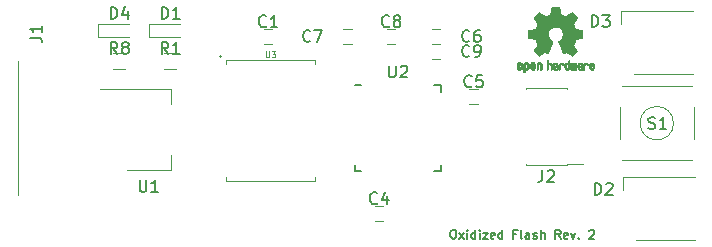
<source format=gbr>
G04 #@! TF.GenerationSoftware,KiCad,Pcbnew,5.1.4+dfsg1-1*
G04 #@! TF.CreationDate,2019-12-31T15:03:41-06:00*
G04 #@! TF.ProjectId,oxidized_flash,6f786964-697a-4656-945f-666c6173682e,rev?*
G04 #@! TF.SameCoordinates,Original*
G04 #@! TF.FileFunction,Legend,Top*
G04 #@! TF.FilePolarity,Positive*
%FSLAX46Y46*%
G04 Gerber Fmt 4.6, Leading zero omitted, Abs format (unit mm)*
G04 Created by KiCad (PCBNEW 5.1.4+dfsg1-1) date 2019-12-31 15:03:41*
%MOMM*%
%LPD*%
G04 APERTURE LIST*
%ADD10C,0.187500*%
%ADD11C,0.120000*%
%ADD12C,0.100000*%
%ADD13C,0.010000*%
%ADD14C,0.150000*%
G04 APERTURE END LIST*
D10*
X61653285Y-39721285D02*
X61796142Y-39721285D01*
X61867571Y-39757000D01*
X61939000Y-39828428D01*
X61974714Y-39971285D01*
X61974714Y-40221285D01*
X61939000Y-40364142D01*
X61867571Y-40435571D01*
X61796142Y-40471285D01*
X61653285Y-40471285D01*
X61581857Y-40435571D01*
X61510428Y-40364142D01*
X61474714Y-40221285D01*
X61474714Y-39971285D01*
X61510428Y-39828428D01*
X61581857Y-39757000D01*
X61653285Y-39721285D01*
X62224714Y-40471285D02*
X62617571Y-39971285D01*
X62224714Y-39971285D02*
X62617571Y-40471285D01*
X62903285Y-40471285D02*
X62903285Y-39971285D01*
X62903285Y-39721285D02*
X62867571Y-39757000D01*
X62903285Y-39792714D01*
X62939000Y-39757000D01*
X62903285Y-39721285D01*
X62903285Y-39792714D01*
X63581857Y-40471285D02*
X63581857Y-39721285D01*
X63581857Y-40435571D02*
X63510428Y-40471285D01*
X63367571Y-40471285D01*
X63296142Y-40435571D01*
X63260428Y-40399857D01*
X63224714Y-40328428D01*
X63224714Y-40114142D01*
X63260428Y-40042714D01*
X63296142Y-40007000D01*
X63367571Y-39971285D01*
X63510428Y-39971285D01*
X63581857Y-40007000D01*
X63939000Y-40471285D02*
X63939000Y-39971285D01*
X63939000Y-39721285D02*
X63903285Y-39757000D01*
X63939000Y-39792714D01*
X63974714Y-39757000D01*
X63939000Y-39721285D01*
X63939000Y-39792714D01*
X64224714Y-39971285D02*
X64617571Y-39971285D01*
X64224714Y-40471285D01*
X64617571Y-40471285D01*
X65189000Y-40435571D02*
X65117571Y-40471285D01*
X64974714Y-40471285D01*
X64903285Y-40435571D01*
X64867571Y-40364142D01*
X64867571Y-40078428D01*
X64903285Y-40007000D01*
X64974714Y-39971285D01*
X65117571Y-39971285D01*
X65189000Y-40007000D01*
X65224714Y-40078428D01*
X65224714Y-40149857D01*
X64867571Y-40221285D01*
X65867571Y-40471285D02*
X65867571Y-39721285D01*
X65867571Y-40435571D02*
X65796142Y-40471285D01*
X65653285Y-40471285D01*
X65581857Y-40435571D01*
X65546142Y-40399857D01*
X65510428Y-40328428D01*
X65510428Y-40114142D01*
X65546142Y-40042714D01*
X65581857Y-40007000D01*
X65653285Y-39971285D01*
X65796142Y-39971285D01*
X65867571Y-40007000D01*
X67046142Y-40078428D02*
X66796142Y-40078428D01*
X66796142Y-40471285D02*
X66796142Y-39721285D01*
X67153285Y-39721285D01*
X67546142Y-40471285D02*
X67474714Y-40435571D01*
X67439000Y-40364142D01*
X67439000Y-39721285D01*
X68153285Y-40471285D02*
X68153285Y-40078428D01*
X68117571Y-40007000D01*
X68046142Y-39971285D01*
X67903285Y-39971285D01*
X67831857Y-40007000D01*
X68153285Y-40435571D02*
X68081857Y-40471285D01*
X67903285Y-40471285D01*
X67831857Y-40435571D01*
X67796142Y-40364142D01*
X67796142Y-40292714D01*
X67831857Y-40221285D01*
X67903285Y-40185571D01*
X68081857Y-40185571D01*
X68153285Y-40149857D01*
X68474714Y-40435571D02*
X68546142Y-40471285D01*
X68689000Y-40471285D01*
X68760428Y-40435571D01*
X68796142Y-40364142D01*
X68796142Y-40328428D01*
X68760428Y-40257000D01*
X68689000Y-40221285D01*
X68581857Y-40221285D01*
X68510428Y-40185571D01*
X68474714Y-40114142D01*
X68474714Y-40078428D01*
X68510428Y-40007000D01*
X68581857Y-39971285D01*
X68689000Y-39971285D01*
X68760428Y-40007000D01*
X69117571Y-40471285D02*
X69117571Y-39721285D01*
X69439000Y-40471285D02*
X69439000Y-40078428D01*
X69403285Y-40007000D01*
X69331857Y-39971285D01*
X69224714Y-39971285D01*
X69153285Y-40007000D01*
X69117571Y-40042714D01*
X70796142Y-40471285D02*
X70546142Y-40114142D01*
X70367571Y-40471285D02*
X70367571Y-39721285D01*
X70653285Y-39721285D01*
X70724714Y-39757000D01*
X70760428Y-39792714D01*
X70796142Y-39864142D01*
X70796142Y-39971285D01*
X70760428Y-40042714D01*
X70724714Y-40078428D01*
X70653285Y-40114142D01*
X70367571Y-40114142D01*
X71403285Y-40435571D02*
X71331857Y-40471285D01*
X71189000Y-40471285D01*
X71117571Y-40435571D01*
X71081857Y-40364142D01*
X71081857Y-40078428D01*
X71117571Y-40007000D01*
X71189000Y-39971285D01*
X71331857Y-39971285D01*
X71403285Y-40007000D01*
X71439000Y-40078428D01*
X71439000Y-40149857D01*
X71081857Y-40221285D01*
X71689000Y-39971285D02*
X71867571Y-40471285D01*
X72046142Y-39971285D01*
X72331857Y-40399857D02*
X72367571Y-40435571D01*
X72331857Y-40471285D01*
X72296142Y-40435571D01*
X72331857Y-40399857D01*
X72331857Y-40471285D01*
X73224714Y-39792714D02*
X73260428Y-39757000D01*
X73331857Y-39721285D01*
X73510428Y-39721285D01*
X73581857Y-39757000D01*
X73617571Y-39792714D01*
X73653285Y-39864142D01*
X73653285Y-39935571D01*
X73617571Y-40042714D01*
X73189000Y-40471285D01*
X73653285Y-40471285D01*
D11*
X31816000Y-27832000D02*
X37826000Y-27832000D01*
X34066000Y-34652000D02*
X37826000Y-34652000D01*
X37826000Y-27832000D02*
X37826000Y-29092000D01*
X37826000Y-34652000D02*
X37826000Y-33392000D01*
X76042000Y-35224000D02*
X82142000Y-35224000D01*
X76042000Y-36324000D02*
X76042000Y-35224000D01*
X82142000Y-40624000D02*
X77142000Y-40624000D01*
D12*
X42101872Y-25067000D02*
G75*
G03X42101872Y-25067000I-89872J0D01*
G01*
X49978000Y-35230000D02*
X49978000Y-35630000D01*
X49978000Y-35630000D02*
X42478000Y-35630000D01*
X42478000Y-35630000D02*
X42478000Y-35230000D01*
X42478000Y-25730000D02*
X42478000Y-25330000D01*
X42478000Y-25330000D02*
X49978000Y-25330000D01*
X49978000Y-25330000D02*
X49978000Y-25730000D01*
D11*
X75902000Y-21176000D02*
X82002000Y-21176000D01*
X75902000Y-22276000D02*
X75902000Y-21176000D01*
X82002000Y-26576000D02*
X77002000Y-26576000D01*
X24832000Y-25400000D02*
X24832000Y-36800000D01*
D13*
G36*
X67957744Y-25541918D02*
G01*
X68013201Y-25569568D01*
X68062148Y-25620480D01*
X68075629Y-25639338D01*
X68090314Y-25664015D01*
X68099842Y-25690816D01*
X68105293Y-25726587D01*
X68107747Y-25778169D01*
X68108286Y-25846267D01*
X68105852Y-25939588D01*
X68097394Y-26009657D01*
X68081174Y-26061931D01*
X68055454Y-26101869D01*
X68018497Y-26134929D01*
X68015782Y-26136886D01*
X67979360Y-26156908D01*
X67935502Y-26166815D01*
X67879724Y-26169257D01*
X67789048Y-26169257D01*
X67789010Y-26257283D01*
X67788166Y-26306308D01*
X67783024Y-26335065D01*
X67769587Y-26352311D01*
X67743858Y-26366808D01*
X67737679Y-26369769D01*
X67708764Y-26383648D01*
X67686376Y-26392414D01*
X67669729Y-26393171D01*
X67658036Y-26383023D01*
X67650510Y-26359073D01*
X67646366Y-26318426D01*
X67644815Y-26258186D01*
X67645071Y-26175455D01*
X67646349Y-26067339D01*
X67646748Y-26035000D01*
X67648185Y-25923524D01*
X67649472Y-25850603D01*
X67788971Y-25850603D01*
X67789755Y-25912499D01*
X67793240Y-25952997D01*
X67801124Y-25979708D01*
X67815105Y-26000244D01*
X67824597Y-26010260D01*
X67863404Y-26039567D01*
X67897763Y-26041952D01*
X67933216Y-26017750D01*
X67934114Y-26016857D01*
X67948539Y-25998153D01*
X67957313Y-25972732D01*
X67961739Y-25933584D01*
X67963118Y-25873697D01*
X67963143Y-25860430D01*
X67959812Y-25777901D01*
X67948969Y-25720691D01*
X67929340Y-25685766D01*
X67899650Y-25670094D01*
X67882491Y-25668514D01*
X67841766Y-25675926D01*
X67813832Y-25700330D01*
X67797017Y-25744980D01*
X67789650Y-25813130D01*
X67788971Y-25850603D01*
X67649472Y-25850603D01*
X67649708Y-25837245D01*
X67651677Y-25772333D01*
X67654450Y-25724958D01*
X67658388Y-25691290D01*
X67663849Y-25667498D01*
X67671192Y-25649753D01*
X67680777Y-25634224D01*
X67684887Y-25628381D01*
X67739405Y-25573185D01*
X67808336Y-25541890D01*
X67888072Y-25533165D01*
X67957744Y-25541918D01*
X67957744Y-25541918D01*
G37*
X67957744Y-25541918D02*
X68013201Y-25569568D01*
X68062148Y-25620480D01*
X68075629Y-25639338D01*
X68090314Y-25664015D01*
X68099842Y-25690816D01*
X68105293Y-25726587D01*
X68107747Y-25778169D01*
X68108286Y-25846267D01*
X68105852Y-25939588D01*
X68097394Y-26009657D01*
X68081174Y-26061931D01*
X68055454Y-26101869D01*
X68018497Y-26134929D01*
X68015782Y-26136886D01*
X67979360Y-26156908D01*
X67935502Y-26166815D01*
X67879724Y-26169257D01*
X67789048Y-26169257D01*
X67789010Y-26257283D01*
X67788166Y-26306308D01*
X67783024Y-26335065D01*
X67769587Y-26352311D01*
X67743858Y-26366808D01*
X67737679Y-26369769D01*
X67708764Y-26383648D01*
X67686376Y-26392414D01*
X67669729Y-26393171D01*
X67658036Y-26383023D01*
X67650510Y-26359073D01*
X67646366Y-26318426D01*
X67644815Y-26258186D01*
X67645071Y-26175455D01*
X67646349Y-26067339D01*
X67646748Y-26035000D01*
X67648185Y-25923524D01*
X67649472Y-25850603D01*
X67788971Y-25850603D01*
X67789755Y-25912499D01*
X67793240Y-25952997D01*
X67801124Y-25979708D01*
X67815105Y-26000244D01*
X67824597Y-26010260D01*
X67863404Y-26039567D01*
X67897763Y-26041952D01*
X67933216Y-26017750D01*
X67934114Y-26016857D01*
X67948539Y-25998153D01*
X67957313Y-25972732D01*
X67961739Y-25933584D01*
X67963118Y-25873697D01*
X67963143Y-25860430D01*
X67959812Y-25777901D01*
X67948969Y-25720691D01*
X67929340Y-25685766D01*
X67899650Y-25670094D01*
X67882491Y-25668514D01*
X67841766Y-25675926D01*
X67813832Y-25700330D01*
X67797017Y-25744980D01*
X67789650Y-25813130D01*
X67788971Y-25850603D01*
X67649472Y-25850603D01*
X67649708Y-25837245D01*
X67651677Y-25772333D01*
X67654450Y-25724958D01*
X67658388Y-25691290D01*
X67663849Y-25667498D01*
X67671192Y-25649753D01*
X67680777Y-25634224D01*
X67684887Y-25628381D01*
X67739405Y-25573185D01*
X67808336Y-25541890D01*
X67888072Y-25533165D01*
X67957744Y-25541918D01*
G36*
X69074093Y-25549780D02*
G01*
X69120672Y-25576723D01*
X69153057Y-25603466D01*
X69176742Y-25631484D01*
X69193059Y-25665748D01*
X69203339Y-25711227D01*
X69208914Y-25772892D01*
X69211116Y-25855711D01*
X69211371Y-25915246D01*
X69211371Y-26134391D01*
X69149686Y-26162044D01*
X69088000Y-26189697D01*
X69080743Y-25949670D01*
X69077744Y-25860028D01*
X69074598Y-25794962D01*
X69070701Y-25750026D01*
X69065447Y-25720770D01*
X69058231Y-25702748D01*
X69048450Y-25691511D01*
X69045312Y-25689079D01*
X68997761Y-25670083D01*
X68949697Y-25677600D01*
X68921086Y-25697543D01*
X68909447Y-25711675D01*
X68901391Y-25730220D01*
X68896271Y-25758334D01*
X68893441Y-25801173D01*
X68892256Y-25863895D01*
X68892057Y-25929261D01*
X68892018Y-26011268D01*
X68890614Y-26069316D01*
X68885914Y-26108465D01*
X68875987Y-26133780D01*
X68858903Y-26150323D01*
X68832732Y-26163156D01*
X68797775Y-26176491D01*
X68759596Y-26191007D01*
X68764141Y-25933389D01*
X68765971Y-25840519D01*
X68768112Y-25771889D01*
X68771181Y-25722711D01*
X68775794Y-25688198D01*
X68782568Y-25663562D01*
X68792119Y-25644016D01*
X68803634Y-25626770D01*
X68859190Y-25571680D01*
X68926980Y-25539822D01*
X69000713Y-25532191D01*
X69074093Y-25549780D01*
X69074093Y-25549780D01*
G37*
X69074093Y-25549780D02*
X69120672Y-25576723D01*
X69153057Y-25603466D01*
X69176742Y-25631484D01*
X69193059Y-25665748D01*
X69203339Y-25711227D01*
X69208914Y-25772892D01*
X69211116Y-25855711D01*
X69211371Y-25915246D01*
X69211371Y-26134391D01*
X69149686Y-26162044D01*
X69088000Y-26189697D01*
X69080743Y-25949670D01*
X69077744Y-25860028D01*
X69074598Y-25794962D01*
X69070701Y-25750026D01*
X69065447Y-25720770D01*
X69058231Y-25702748D01*
X69048450Y-25691511D01*
X69045312Y-25689079D01*
X68997761Y-25670083D01*
X68949697Y-25677600D01*
X68921086Y-25697543D01*
X68909447Y-25711675D01*
X68901391Y-25730220D01*
X68896271Y-25758334D01*
X68893441Y-25801173D01*
X68892256Y-25863895D01*
X68892057Y-25929261D01*
X68892018Y-26011268D01*
X68890614Y-26069316D01*
X68885914Y-26108465D01*
X68875987Y-26133780D01*
X68858903Y-26150323D01*
X68832732Y-26163156D01*
X68797775Y-26176491D01*
X68759596Y-26191007D01*
X68764141Y-25933389D01*
X68765971Y-25840519D01*
X68768112Y-25771889D01*
X68771181Y-25722711D01*
X68775794Y-25688198D01*
X68782568Y-25663562D01*
X68792119Y-25644016D01*
X68803634Y-25626770D01*
X68859190Y-25571680D01*
X68926980Y-25539822D01*
X69000713Y-25532191D01*
X69074093Y-25549780D01*
G36*
X67399115Y-25543962D02*
G01*
X67467145Y-25579733D01*
X67517351Y-25637301D01*
X67535185Y-25674312D01*
X67549063Y-25729882D01*
X67556167Y-25800096D01*
X67556840Y-25876727D01*
X67551427Y-25951552D01*
X67540270Y-26016342D01*
X67523714Y-26062873D01*
X67518626Y-26070887D01*
X67458355Y-26130707D01*
X67386769Y-26166535D01*
X67309092Y-26177020D01*
X67230548Y-26160810D01*
X67208689Y-26151092D01*
X67166122Y-26121143D01*
X67128763Y-26081433D01*
X67125232Y-26076397D01*
X67110881Y-26052124D01*
X67101394Y-26026178D01*
X67095790Y-25992022D01*
X67093086Y-25943119D01*
X67092299Y-25872935D01*
X67092286Y-25857200D01*
X67092322Y-25852192D01*
X67237429Y-25852192D01*
X67238273Y-25918430D01*
X67241596Y-25962386D01*
X67248583Y-25990779D01*
X67260416Y-26010325D01*
X67266457Y-26016857D01*
X67301186Y-26041680D01*
X67334903Y-26040548D01*
X67368995Y-26019016D01*
X67389329Y-25996029D01*
X67401371Y-25962478D01*
X67408134Y-25909569D01*
X67408598Y-25903399D01*
X67409752Y-25807513D01*
X67397688Y-25736299D01*
X67372570Y-25690194D01*
X67334560Y-25669635D01*
X67320992Y-25668514D01*
X67285364Y-25674152D01*
X67260994Y-25693686D01*
X67246093Y-25731042D01*
X67238875Y-25790150D01*
X67237429Y-25852192D01*
X67092322Y-25852192D01*
X67092826Y-25782413D01*
X67095096Y-25730159D01*
X67100068Y-25693949D01*
X67108713Y-25667299D01*
X67122005Y-25643722D01*
X67124943Y-25639338D01*
X67174313Y-25580249D01*
X67228109Y-25545947D01*
X67293602Y-25532331D01*
X67315842Y-25531665D01*
X67399115Y-25543962D01*
X67399115Y-25543962D01*
G37*
X67399115Y-25543962D02*
X67467145Y-25579733D01*
X67517351Y-25637301D01*
X67535185Y-25674312D01*
X67549063Y-25729882D01*
X67556167Y-25800096D01*
X67556840Y-25876727D01*
X67551427Y-25951552D01*
X67540270Y-26016342D01*
X67523714Y-26062873D01*
X67518626Y-26070887D01*
X67458355Y-26130707D01*
X67386769Y-26166535D01*
X67309092Y-26177020D01*
X67230548Y-26160810D01*
X67208689Y-26151092D01*
X67166122Y-26121143D01*
X67128763Y-26081433D01*
X67125232Y-26076397D01*
X67110881Y-26052124D01*
X67101394Y-26026178D01*
X67095790Y-25992022D01*
X67093086Y-25943119D01*
X67092299Y-25872935D01*
X67092286Y-25857200D01*
X67092322Y-25852192D01*
X67237429Y-25852192D01*
X67238273Y-25918430D01*
X67241596Y-25962386D01*
X67248583Y-25990779D01*
X67260416Y-26010325D01*
X67266457Y-26016857D01*
X67301186Y-26041680D01*
X67334903Y-26040548D01*
X67368995Y-26019016D01*
X67389329Y-25996029D01*
X67401371Y-25962478D01*
X67408134Y-25909569D01*
X67408598Y-25903399D01*
X67409752Y-25807513D01*
X67397688Y-25736299D01*
X67372570Y-25690194D01*
X67334560Y-25669635D01*
X67320992Y-25668514D01*
X67285364Y-25674152D01*
X67260994Y-25693686D01*
X67246093Y-25731042D01*
X67238875Y-25790150D01*
X67237429Y-25852192D01*
X67092322Y-25852192D01*
X67092826Y-25782413D01*
X67095096Y-25730159D01*
X67100068Y-25693949D01*
X67108713Y-25667299D01*
X67122005Y-25643722D01*
X67124943Y-25639338D01*
X67174313Y-25580249D01*
X67228109Y-25545947D01*
X67293602Y-25532331D01*
X67315842Y-25531665D01*
X67399115Y-25543962D01*
G36*
X68526303Y-25553239D02*
G01*
X68583527Y-25591735D01*
X68627749Y-25647335D01*
X68654167Y-25718086D01*
X68659510Y-25770162D01*
X68658903Y-25791893D01*
X68653822Y-25808531D01*
X68639855Y-25823437D01*
X68612589Y-25839973D01*
X68567612Y-25861498D01*
X68500511Y-25891374D01*
X68500171Y-25891524D01*
X68438407Y-25919813D01*
X68387759Y-25944933D01*
X68353404Y-25964179D01*
X68340518Y-25974848D01*
X68340514Y-25974934D01*
X68351872Y-25998166D01*
X68378431Y-26023774D01*
X68408923Y-26042221D01*
X68424370Y-26045886D01*
X68466515Y-26033212D01*
X68502808Y-26001471D01*
X68520517Y-25966572D01*
X68537552Y-25940845D01*
X68570922Y-25911546D01*
X68610149Y-25886235D01*
X68644756Y-25872471D01*
X68651993Y-25871714D01*
X68660139Y-25884160D01*
X68660630Y-25915972D01*
X68654643Y-25958866D01*
X68643357Y-26004558D01*
X68627950Y-26044761D01*
X68627171Y-26046322D01*
X68580804Y-26111062D01*
X68520711Y-26155097D01*
X68452465Y-26176711D01*
X68381638Y-26174185D01*
X68313804Y-26145804D01*
X68310788Y-26143808D01*
X68257427Y-26095448D01*
X68222340Y-26032352D01*
X68202922Y-25949387D01*
X68200316Y-25926078D01*
X68195701Y-25816055D01*
X68201233Y-25764748D01*
X68340514Y-25764748D01*
X68342324Y-25796753D01*
X68352222Y-25806093D01*
X68376898Y-25799105D01*
X68415795Y-25782587D01*
X68459275Y-25761881D01*
X68460356Y-25761333D01*
X68497209Y-25741949D01*
X68512000Y-25729013D01*
X68508353Y-25715451D01*
X68492995Y-25697632D01*
X68453923Y-25671845D01*
X68411846Y-25669950D01*
X68374103Y-25688717D01*
X68348034Y-25724915D01*
X68340514Y-25764748D01*
X68201233Y-25764748D01*
X68205194Y-25728027D01*
X68229550Y-25658212D01*
X68263456Y-25609302D01*
X68324653Y-25559878D01*
X68392063Y-25535359D01*
X68460880Y-25533797D01*
X68526303Y-25553239D01*
X68526303Y-25553239D01*
G37*
X68526303Y-25553239D02*
X68583527Y-25591735D01*
X68627749Y-25647335D01*
X68654167Y-25718086D01*
X68659510Y-25770162D01*
X68658903Y-25791893D01*
X68653822Y-25808531D01*
X68639855Y-25823437D01*
X68612589Y-25839973D01*
X68567612Y-25861498D01*
X68500511Y-25891374D01*
X68500171Y-25891524D01*
X68438407Y-25919813D01*
X68387759Y-25944933D01*
X68353404Y-25964179D01*
X68340518Y-25974848D01*
X68340514Y-25974934D01*
X68351872Y-25998166D01*
X68378431Y-26023774D01*
X68408923Y-26042221D01*
X68424370Y-26045886D01*
X68466515Y-26033212D01*
X68502808Y-26001471D01*
X68520517Y-25966572D01*
X68537552Y-25940845D01*
X68570922Y-25911546D01*
X68610149Y-25886235D01*
X68644756Y-25872471D01*
X68651993Y-25871714D01*
X68660139Y-25884160D01*
X68660630Y-25915972D01*
X68654643Y-25958866D01*
X68643357Y-26004558D01*
X68627950Y-26044761D01*
X68627171Y-26046322D01*
X68580804Y-26111062D01*
X68520711Y-26155097D01*
X68452465Y-26176711D01*
X68381638Y-26174185D01*
X68313804Y-26145804D01*
X68310788Y-26143808D01*
X68257427Y-26095448D01*
X68222340Y-26032352D01*
X68202922Y-25949387D01*
X68200316Y-25926078D01*
X68195701Y-25816055D01*
X68201233Y-25764748D01*
X68340514Y-25764748D01*
X68342324Y-25796753D01*
X68352222Y-25806093D01*
X68376898Y-25799105D01*
X68415795Y-25782587D01*
X68459275Y-25761881D01*
X68460356Y-25761333D01*
X68497209Y-25741949D01*
X68512000Y-25729013D01*
X68508353Y-25715451D01*
X68492995Y-25697632D01*
X68453923Y-25671845D01*
X68411846Y-25669950D01*
X68374103Y-25688717D01*
X68348034Y-25724915D01*
X68340514Y-25764748D01*
X68201233Y-25764748D01*
X68205194Y-25728027D01*
X68229550Y-25658212D01*
X68263456Y-25609302D01*
X68324653Y-25559878D01*
X68392063Y-25535359D01*
X68460880Y-25533797D01*
X68526303Y-25553239D01*
G36*
X69733886Y-25473289D02*
G01*
X69738139Y-25532613D01*
X69743025Y-25567572D01*
X69749795Y-25582820D01*
X69759702Y-25583015D01*
X69762914Y-25581195D01*
X69805644Y-25568015D01*
X69861227Y-25568785D01*
X69917737Y-25582333D01*
X69953082Y-25599861D01*
X69989321Y-25627861D01*
X70015813Y-25659549D01*
X70033999Y-25699813D01*
X70045322Y-25753543D01*
X70051222Y-25825626D01*
X70053143Y-25920951D01*
X70053177Y-25939237D01*
X70053200Y-26144646D01*
X70007491Y-26160580D01*
X69975027Y-26171420D01*
X69957215Y-26176468D01*
X69956691Y-26176514D01*
X69954937Y-26162828D01*
X69953444Y-26125076D01*
X69952326Y-26068224D01*
X69951697Y-25997234D01*
X69951600Y-25954073D01*
X69951398Y-25868973D01*
X69950358Y-25807981D01*
X69947831Y-25766177D01*
X69943164Y-25738642D01*
X69935707Y-25720456D01*
X69924811Y-25706698D01*
X69918007Y-25700073D01*
X69871272Y-25673375D01*
X69820272Y-25671375D01*
X69774001Y-25693955D01*
X69765444Y-25702107D01*
X69752893Y-25717436D01*
X69744188Y-25735618D01*
X69738631Y-25761909D01*
X69735526Y-25801562D01*
X69734176Y-25859832D01*
X69733886Y-25940173D01*
X69733886Y-26144646D01*
X69688177Y-26160580D01*
X69655713Y-26171420D01*
X69637901Y-26176468D01*
X69637377Y-26176514D01*
X69636037Y-26162623D01*
X69634828Y-26123439D01*
X69633801Y-26062700D01*
X69633002Y-25984141D01*
X69632481Y-25891498D01*
X69632286Y-25788509D01*
X69632286Y-25391342D01*
X69679457Y-25371444D01*
X69726629Y-25351547D01*
X69733886Y-25473289D01*
X69733886Y-25473289D01*
G37*
X69733886Y-25473289D02*
X69738139Y-25532613D01*
X69743025Y-25567572D01*
X69749795Y-25582820D01*
X69759702Y-25583015D01*
X69762914Y-25581195D01*
X69805644Y-25568015D01*
X69861227Y-25568785D01*
X69917737Y-25582333D01*
X69953082Y-25599861D01*
X69989321Y-25627861D01*
X70015813Y-25659549D01*
X70033999Y-25699813D01*
X70045322Y-25753543D01*
X70051222Y-25825626D01*
X70053143Y-25920951D01*
X70053177Y-25939237D01*
X70053200Y-26144646D01*
X70007491Y-26160580D01*
X69975027Y-26171420D01*
X69957215Y-26176468D01*
X69956691Y-26176514D01*
X69954937Y-26162828D01*
X69953444Y-26125076D01*
X69952326Y-26068224D01*
X69951697Y-25997234D01*
X69951600Y-25954073D01*
X69951398Y-25868973D01*
X69950358Y-25807981D01*
X69947831Y-25766177D01*
X69943164Y-25738642D01*
X69935707Y-25720456D01*
X69924811Y-25706698D01*
X69918007Y-25700073D01*
X69871272Y-25673375D01*
X69820272Y-25671375D01*
X69774001Y-25693955D01*
X69765444Y-25702107D01*
X69752893Y-25717436D01*
X69744188Y-25735618D01*
X69738631Y-25761909D01*
X69735526Y-25801562D01*
X69734176Y-25859832D01*
X69733886Y-25940173D01*
X69733886Y-26144646D01*
X69688177Y-26160580D01*
X69655713Y-26171420D01*
X69637901Y-26176468D01*
X69637377Y-26176514D01*
X69636037Y-26162623D01*
X69634828Y-26123439D01*
X69633801Y-26062700D01*
X69633002Y-25984141D01*
X69632481Y-25891498D01*
X69632286Y-25788509D01*
X69632286Y-25391342D01*
X69679457Y-25371444D01*
X69726629Y-25351547D01*
X69733886Y-25473289D01*
G36*
X70397744Y-25572968D02*
G01*
X70454616Y-25594087D01*
X70455267Y-25594493D01*
X70490440Y-25620380D01*
X70516407Y-25650633D01*
X70534670Y-25690058D01*
X70546732Y-25743462D01*
X70554096Y-25815651D01*
X70558264Y-25911432D01*
X70558629Y-25925078D01*
X70563876Y-26130842D01*
X70519716Y-26153678D01*
X70487763Y-26169110D01*
X70468470Y-26176423D01*
X70467578Y-26176514D01*
X70464239Y-26163022D01*
X70461587Y-26126626D01*
X70459956Y-26073452D01*
X70459600Y-26030393D01*
X70459592Y-25960641D01*
X70456403Y-25916837D01*
X70445288Y-25895944D01*
X70421501Y-25894925D01*
X70380296Y-25910741D01*
X70318086Y-25939815D01*
X70272341Y-25963963D01*
X70248813Y-25984913D01*
X70241896Y-26007747D01*
X70241886Y-26008877D01*
X70253299Y-26048212D01*
X70287092Y-26069462D01*
X70338809Y-26072539D01*
X70376061Y-26072006D01*
X70395703Y-26082735D01*
X70407952Y-26108505D01*
X70415002Y-26141337D01*
X70404842Y-26159966D01*
X70401017Y-26162632D01*
X70365001Y-26173340D01*
X70314566Y-26174856D01*
X70262626Y-26167759D01*
X70225822Y-26154788D01*
X70174938Y-26111585D01*
X70146014Y-26051446D01*
X70140286Y-26004462D01*
X70144657Y-25962082D01*
X70160475Y-25927488D01*
X70191797Y-25896763D01*
X70242678Y-25865990D01*
X70317176Y-25831252D01*
X70321714Y-25829288D01*
X70388821Y-25798287D01*
X70430232Y-25772862D01*
X70447981Y-25750014D01*
X70444107Y-25726745D01*
X70420643Y-25700056D01*
X70413627Y-25693914D01*
X70366630Y-25670100D01*
X70317933Y-25671103D01*
X70275522Y-25694451D01*
X70247384Y-25737675D01*
X70244769Y-25746160D01*
X70219308Y-25787308D01*
X70187001Y-25807128D01*
X70140286Y-25826770D01*
X70140286Y-25775950D01*
X70154496Y-25702082D01*
X70196675Y-25634327D01*
X70218624Y-25611661D01*
X70268517Y-25582569D01*
X70331967Y-25569400D01*
X70397744Y-25572968D01*
X70397744Y-25572968D01*
G37*
X70397744Y-25572968D02*
X70454616Y-25594087D01*
X70455267Y-25594493D01*
X70490440Y-25620380D01*
X70516407Y-25650633D01*
X70534670Y-25690058D01*
X70546732Y-25743462D01*
X70554096Y-25815651D01*
X70558264Y-25911432D01*
X70558629Y-25925078D01*
X70563876Y-26130842D01*
X70519716Y-26153678D01*
X70487763Y-26169110D01*
X70468470Y-26176423D01*
X70467578Y-26176514D01*
X70464239Y-26163022D01*
X70461587Y-26126626D01*
X70459956Y-26073452D01*
X70459600Y-26030393D01*
X70459592Y-25960641D01*
X70456403Y-25916837D01*
X70445288Y-25895944D01*
X70421501Y-25894925D01*
X70380296Y-25910741D01*
X70318086Y-25939815D01*
X70272341Y-25963963D01*
X70248813Y-25984913D01*
X70241896Y-26007747D01*
X70241886Y-26008877D01*
X70253299Y-26048212D01*
X70287092Y-26069462D01*
X70338809Y-26072539D01*
X70376061Y-26072006D01*
X70395703Y-26082735D01*
X70407952Y-26108505D01*
X70415002Y-26141337D01*
X70404842Y-26159966D01*
X70401017Y-26162632D01*
X70365001Y-26173340D01*
X70314566Y-26174856D01*
X70262626Y-26167759D01*
X70225822Y-26154788D01*
X70174938Y-26111585D01*
X70146014Y-26051446D01*
X70140286Y-26004462D01*
X70144657Y-25962082D01*
X70160475Y-25927488D01*
X70191797Y-25896763D01*
X70242678Y-25865990D01*
X70317176Y-25831252D01*
X70321714Y-25829288D01*
X70388821Y-25798287D01*
X70430232Y-25772862D01*
X70447981Y-25750014D01*
X70444107Y-25726745D01*
X70420643Y-25700056D01*
X70413627Y-25693914D01*
X70366630Y-25670100D01*
X70317933Y-25671103D01*
X70275522Y-25694451D01*
X70247384Y-25737675D01*
X70244769Y-25746160D01*
X70219308Y-25787308D01*
X70187001Y-25807128D01*
X70140286Y-25826770D01*
X70140286Y-25775950D01*
X70154496Y-25702082D01*
X70196675Y-25634327D01*
X70218624Y-25611661D01*
X70268517Y-25582569D01*
X70331967Y-25569400D01*
X70397744Y-25572968D01*
G36*
X70887926Y-25571755D02*
G01*
X70953858Y-25596084D01*
X71007273Y-25639117D01*
X71028164Y-25669409D01*
X71050939Y-25724994D01*
X71050466Y-25765186D01*
X71026562Y-25792217D01*
X71017717Y-25796813D01*
X70979530Y-25811144D01*
X70960028Y-25807472D01*
X70953422Y-25783407D01*
X70953086Y-25770114D01*
X70940992Y-25721210D01*
X70909471Y-25686999D01*
X70865659Y-25670476D01*
X70816695Y-25674634D01*
X70776894Y-25696227D01*
X70763450Y-25708544D01*
X70753921Y-25723487D01*
X70747485Y-25746075D01*
X70743317Y-25781328D01*
X70740597Y-25834266D01*
X70738502Y-25909907D01*
X70737960Y-25933857D01*
X70735981Y-26015790D01*
X70733731Y-26073455D01*
X70730357Y-26111608D01*
X70725006Y-26135004D01*
X70716824Y-26148398D01*
X70704959Y-26156545D01*
X70697362Y-26160144D01*
X70665102Y-26172452D01*
X70646111Y-26176514D01*
X70639836Y-26162948D01*
X70636006Y-26121934D01*
X70634600Y-26052999D01*
X70635598Y-25955669D01*
X70635908Y-25940657D01*
X70638101Y-25851859D01*
X70640693Y-25787019D01*
X70644382Y-25741067D01*
X70649864Y-25708935D01*
X70657835Y-25685553D01*
X70668993Y-25665852D01*
X70674830Y-25657410D01*
X70708296Y-25620057D01*
X70745727Y-25591003D01*
X70750309Y-25588467D01*
X70817426Y-25568443D01*
X70887926Y-25571755D01*
X70887926Y-25571755D01*
G37*
X70887926Y-25571755D02*
X70953858Y-25596084D01*
X71007273Y-25639117D01*
X71028164Y-25669409D01*
X71050939Y-25724994D01*
X71050466Y-25765186D01*
X71026562Y-25792217D01*
X71017717Y-25796813D01*
X70979530Y-25811144D01*
X70960028Y-25807472D01*
X70953422Y-25783407D01*
X70953086Y-25770114D01*
X70940992Y-25721210D01*
X70909471Y-25686999D01*
X70865659Y-25670476D01*
X70816695Y-25674634D01*
X70776894Y-25696227D01*
X70763450Y-25708544D01*
X70753921Y-25723487D01*
X70747485Y-25746075D01*
X70743317Y-25781328D01*
X70740597Y-25834266D01*
X70738502Y-25909907D01*
X70737960Y-25933857D01*
X70735981Y-26015790D01*
X70733731Y-26073455D01*
X70730357Y-26111608D01*
X70725006Y-26135004D01*
X70716824Y-26148398D01*
X70704959Y-26156545D01*
X70697362Y-26160144D01*
X70665102Y-26172452D01*
X70646111Y-26176514D01*
X70639836Y-26162948D01*
X70636006Y-26121934D01*
X70634600Y-26052999D01*
X70635598Y-25955669D01*
X70635908Y-25940657D01*
X70638101Y-25851859D01*
X70640693Y-25787019D01*
X70644382Y-25741067D01*
X70649864Y-25708935D01*
X70657835Y-25685553D01*
X70668993Y-25665852D01*
X70674830Y-25657410D01*
X70708296Y-25620057D01*
X70745727Y-25591003D01*
X70750309Y-25588467D01*
X70817426Y-25568443D01*
X70887926Y-25571755D01*
G36*
X71548117Y-25687358D02*
G01*
X71547933Y-25795837D01*
X71547219Y-25879287D01*
X71545675Y-25941704D01*
X71543001Y-25987085D01*
X71538894Y-26019429D01*
X71533055Y-26042733D01*
X71525182Y-26060995D01*
X71519221Y-26071418D01*
X71469855Y-26127945D01*
X71407264Y-26163377D01*
X71338013Y-26176090D01*
X71268668Y-26164463D01*
X71227375Y-26143568D01*
X71184025Y-26107422D01*
X71154481Y-26063276D01*
X71136655Y-26005462D01*
X71128463Y-25928313D01*
X71127302Y-25871714D01*
X71127458Y-25867647D01*
X71228857Y-25867647D01*
X71229476Y-25932550D01*
X71232314Y-25975514D01*
X71238840Y-26003622D01*
X71250523Y-26023953D01*
X71264483Y-26039288D01*
X71311365Y-26068890D01*
X71361701Y-26071419D01*
X71409276Y-26046705D01*
X71412979Y-26043356D01*
X71428783Y-26025935D01*
X71438693Y-26005209D01*
X71444058Y-25974362D01*
X71446228Y-25926577D01*
X71446571Y-25873748D01*
X71445827Y-25807381D01*
X71442748Y-25763106D01*
X71436061Y-25734009D01*
X71424496Y-25713173D01*
X71415013Y-25702107D01*
X71370960Y-25674198D01*
X71320224Y-25670843D01*
X71271796Y-25692159D01*
X71262450Y-25700073D01*
X71246540Y-25717647D01*
X71236610Y-25738587D01*
X71231278Y-25769782D01*
X71229163Y-25818122D01*
X71228857Y-25867647D01*
X71127458Y-25867647D01*
X71130810Y-25780568D01*
X71142726Y-25712086D01*
X71165135Y-25660600D01*
X71200124Y-25620443D01*
X71227375Y-25599861D01*
X71276907Y-25577625D01*
X71334316Y-25567304D01*
X71387682Y-25570067D01*
X71417543Y-25581212D01*
X71429261Y-25584383D01*
X71437037Y-25572557D01*
X71442465Y-25540866D01*
X71446571Y-25492593D01*
X71451067Y-25438829D01*
X71457313Y-25406482D01*
X71468676Y-25387985D01*
X71488528Y-25375770D01*
X71501000Y-25370362D01*
X71548171Y-25350601D01*
X71548117Y-25687358D01*
X71548117Y-25687358D01*
G37*
X71548117Y-25687358D02*
X71547933Y-25795837D01*
X71547219Y-25879287D01*
X71545675Y-25941704D01*
X71543001Y-25987085D01*
X71538894Y-26019429D01*
X71533055Y-26042733D01*
X71525182Y-26060995D01*
X71519221Y-26071418D01*
X71469855Y-26127945D01*
X71407264Y-26163377D01*
X71338013Y-26176090D01*
X71268668Y-26164463D01*
X71227375Y-26143568D01*
X71184025Y-26107422D01*
X71154481Y-26063276D01*
X71136655Y-26005462D01*
X71128463Y-25928313D01*
X71127302Y-25871714D01*
X71127458Y-25867647D01*
X71228857Y-25867647D01*
X71229476Y-25932550D01*
X71232314Y-25975514D01*
X71238840Y-26003622D01*
X71250523Y-26023953D01*
X71264483Y-26039288D01*
X71311365Y-26068890D01*
X71361701Y-26071419D01*
X71409276Y-26046705D01*
X71412979Y-26043356D01*
X71428783Y-26025935D01*
X71438693Y-26005209D01*
X71444058Y-25974362D01*
X71446228Y-25926577D01*
X71446571Y-25873748D01*
X71445827Y-25807381D01*
X71442748Y-25763106D01*
X71436061Y-25734009D01*
X71424496Y-25713173D01*
X71415013Y-25702107D01*
X71370960Y-25674198D01*
X71320224Y-25670843D01*
X71271796Y-25692159D01*
X71262450Y-25700073D01*
X71246540Y-25717647D01*
X71236610Y-25738587D01*
X71231278Y-25769782D01*
X71229163Y-25818122D01*
X71228857Y-25867647D01*
X71127458Y-25867647D01*
X71130810Y-25780568D01*
X71142726Y-25712086D01*
X71165135Y-25660600D01*
X71200124Y-25620443D01*
X71227375Y-25599861D01*
X71276907Y-25577625D01*
X71334316Y-25567304D01*
X71387682Y-25570067D01*
X71417543Y-25581212D01*
X71429261Y-25584383D01*
X71437037Y-25572557D01*
X71442465Y-25540866D01*
X71446571Y-25492593D01*
X71451067Y-25438829D01*
X71457313Y-25406482D01*
X71468676Y-25387985D01*
X71488528Y-25375770D01*
X71501000Y-25370362D01*
X71548171Y-25350601D01*
X71548117Y-25687358D01*
G36*
X72137833Y-25580663D02*
G01*
X72140048Y-25618850D01*
X72141784Y-25676886D01*
X72142899Y-25750180D01*
X72143257Y-25827055D01*
X72143257Y-26087196D01*
X72097326Y-26133127D01*
X72065675Y-26161429D01*
X72037890Y-26172893D01*
X71999915Y-26172168D01*
X71984840Y-26170321D01*
X71937726Y-26164948D01*
X71898756Y-26161869D01*
X71889257Y-26161585D01*
X71857233Y-26163445D01*
X71811432Y-26168114D01*
X71793674Y-26170321D01*
X71750057Y-26173735D01*
X71720745Y-26166320D01*
X71691680Y-26143427D01*
X71681188Y-26133127D01*
X71635257Y-26087196D01*
X71635257Y-25600602D01*
X71672226Y-25583758D01*
X71704059Y-25571282D01*
X71722683Y-25566914D01*
X71727458Y-25580718D01*
X71731921Y-25619286D01*
X71735775Y-25678356D01*
X71738722Y-25753663D01*
X71740143Y-25817286D01*
X71744114Y-26067657D01*
X71778759Y-26072556D01*
X71810268Y-26069131D01*
X71825708Y-26058041D01*
X71830023Y-26037308D01*
X71833708Y-25993145D01*
X71836469Y-25931146D01*
X71838012Y-25856909D01*
X71838235Y-25818706D01*
X71838457Y-25598783D01*
X71884166Y-25582849D01*
X71916518Y-25572015D01*
X71934115Y-25566962D01*
X71934623Y-25566914D01*
X71936388Y-25580648D01*
X71938329Y-25618730D01*
X71940282Y-25676482D01*
X71942084Y-25749227D01*
X71943343Y-25817286D01*
X71947314Y-26067657D01*
X72034400Y-26067657D01*
X72038396Y-25839240D01*
X72042392Y-25610822D01*
X72084847Y-25588868D01*
X72116192Y-25573793D01*
X72134744Y-25566951D01*
X72135279Y-25566914D01*
X72137833Y-25580663D01*
X72137833Y-25580663D01*
G37*
X72137833Y-25580663D02*
X72140048Y-25618850D01*
X72141784Y-25676886D01*
X72142899Y-25750180D01*
X72143257Y-25827055D01*
X72143257Y-26087196D01*
X72097326Y-26133127D01*
X72065675Y-26161429D01*
X72037890Y-26172893D01*
X71999915Y-26172168D01*
X71984840Y-26170321D01*
X71937726Y-26164948D01*
X71898756Y-26161869D01*
X71889257Y-26161585D01*
X71857233Y-26163445D01*
X71811432Y-26168114D01*
X71793674Y-26170321D01*
X71750057Y-26173735D01*
X71720745Y-26166320D01*
X71691680Y-26143427D01*
X71681188Y-26133127D01*
X71635257Y-26087196D01*
X71635257Y-25600602D01*
X71672226Y-25583758D01*
X71704059Y-25571282D01*
X71722683Y-25566914D01*
X71727458Y-25580718D01*
X71731921Y-25619286D01*
X71735775Y-25678356D01*
X71738722Y-25753663D01*
X71740143Y-25817286D01*
X71744114Y-26067657D01*
X71778759Y-26072556D01*
X71810268Y-26069131D01*
X71825708Y-26058041D01*
X71830023Y-26037308D01*
X71833708Y-25993145D01*
X71836469Y-25931146D01*
X71838012Y-25856909D01*
X71838235Y-25818706D01*
X71838457Y-25598783D01*
X71884166Y-25582849D01*
X71916518Y-25572015D01*
X71934115Y-25566962D01*
X71934623Y-25566914D01*
X71936388Y-25580648D01*
X71938329Y-25618730D01*
X71940282Y-25676482D01*
X71942084Y-25749227D01*
X71943343Y-25817286D01*
X71947314Y-26067657D01*
X72034400Y-26067657D01*
X72038396Y-25839240D01*
X72042392Y-25610822D01*
X72084847Y-25588868D01*
X72116192Y-25573793D01*
X72134744Y-25566951D01*
X72135279Y-25566914D01*
X72137833Y-25580663D01*
G36*
X72502876Y-25578335D02*
G01*
X72544667Y-25597344D01*
X72577469Y-25620378D01*
X72601503Y-25646133D01*
X72618097Y-25679358D01*
X72628577Y-25724800D01*
X72634271Y-25787207D01*
X72636507Y-25871327D01*
X72636743Y-25926721D01*
X72636743Y-26142826D01*
X72599774Y-26159670D01*
X72570656Y-26171981D01*
X72556231Y-26176514D01*
X72553472Y-26163025D01*
X72551282Y-26126653D01*
X72549942Y-26073542D01*
X72549657Y-26031372D01*
X72548434Y-25970447D01*
X72545136Y-25922115D01*
X72540321Y-25892518D01*
X72536496Y-25886229D01*
X72510783Y-25892652D01*
X72470418Y-25909125D01*
X72423679Y-25931458D01*
X72378845Y-25955457D01*
X72344193Y-25976930D01*
X72328002Y-25991685D01*
X72327938Y-25991845D01*
X72329330Y-26019152D01*
X72341818Y-26045219D01*
X72363743Y-26066392D01*
X72395743Y-26073474D01*
X72423092Y-26072649D01*
X72461826Y-26072042D01*
X72482158Y-26081116D01*
X72494369Y-26105092D01*
X72495909Y-26109613D01*
X72501203Y-26143806D01*
X72487047Y-26164568D01*
X72450148Y-26174462D01*
X72410289Y-26176292D01*
X72338562Y-26162727D01*
X72301432Y-26143355D01*
X72255576Y-26097845D01*
X72231256Y-26041983D01*
X72229073Y-25982957D01*
X72249629Y-25927953D01*
X72280549Y-25893486D01*
X72311420Y-25874189D01*
X72359942Y-25849759D01*
X72416485Y-25824985D01*
X72425910Y-25821199D01*
X72488019Y-25793791D01*
X72523822Y-25769634D01*
X72535337Y-25745619D01*
X72524580Y-25718635D01*
X72506114Y-25697543D01*
X72462469Y-25671572D01*
X72414446Y-25669624D01*
X72370406Y-25689637D01*
X72338709Y-25729551D01*
X72334549Y-25739848D01*
X72310327Y-25777724D01*
X72274965Y-25805842D01*
X72230343Y-25828917D01*
X72230343Y-25763485D01*
X72232969Y-25723506D01*
X72244230Y-25691997D01*
X72269199Y-25658378D01*
X72293169Y-25632484D01*
X72330441Y-25595817D01*
X72359401Y-25576121D01*
X72390505Y-25568220D01*
X72425713Y-25566914D01*
X72502876Y-25578335D01*
X72502876Y-25578335D01*
G37*
X72502876Y-25578335D02*
X72544667Y-25597344D01*
X72577469Y-25620378D01*
X72601503Y-25646133D01*
X72618097Y-25679358D01*
X72628577Y-25724800D01*
X72634271Y-25787207D01*
X72636507Y-25871327D01*
X72636743Y-25926721D01*
X72636743Y-26142826D01*
X72599774Y-26159670D01*
X72570656Y-26171981D01*
X72556231Y-26176514D01*
X72553472Y-26163025D01*
X72551282Y-26126653D01*
X72549942Y-26073542D01*
X72549657Y-26031372D01*
X72548434Y-25970447D01*
X72545136Y-25922115D01*
X72540321Y-25892518D01*
X72536496Y-25886229D01*
X72510783Y-25892652D01*
X72470418Y-25909125D01*
X72423679Y-25931458D01*
X72378845Y-25955457D01*
X72344193Y-25976930D01*
X72328002Y-25991685D01*
X72327938Y-25991845D01*
X72329330Y-26019152D01*
X72341818Y-26045219D01*
X72363743Y-26066392D01*
X72395743Y-26073474D01*
X72423092Y-26072649D01*
X72461826Y-26072042D01*
X72482158Y-26081116D01*
X72494369Y-26105092D01*
X72495909Y-26109613D01*
X72501203Y-26143806D01*
X72487047Y-26164568D01*
X72450148Y-26174462D01*
X72410289Y-26176292D01*
X72338562Y-26162727D01*
X72301432Y-26143355D01*
X72255576Y-26097845D01*
X72231256Y-26041983D01*
X72229073Y-25982957D01*
X72249629Y-25927953D01*
X72280549Y-25893486D01*
X72311420Y-25874189D01*
X72359942Y-25849759D01*
X72416485Y-25824985D01*
X72425910Y-25821199D01*
X72488019Y-25793791D01*
X72523822Y-25769634D01*
X72535337Y-25745619D01*
X72524580Y-25718635D01*
X72506114Y-25697543D01*
X72462469Y-25671572D01*
X72414446Y-25669624D01*
X72370406Y-25689637D01*
X72338709Y-25729551D01*
X72334549Y-25739848D01*
X72310327Y-25777724D01*
X72274965Y-25805842D01*
X72230343Y-25828917D01*
X72230343Y-25763485D01*
X72232969Y-25723506D01*
X72244230Y-25691997D01*
X72269199Y-25658378D01*
X72293169Y-25632484D01*
X72330441Y-25595817D01*
X72359401Y-25576121D01*
X72390505Y-25568220D01*
X72425713Y-25566914D01*
X72502876Y-25578335D01*
G36*
X73010600Y-25580752D02*
G01*
X73027948Y-25588334D01*
X73069356Y-25621128D01*
X73104765Y-25668547D01*
X73126664Y-25719151D01*
X73130229Y-25744098D01*
X73118279Y-25778927D01*
X73092067Y-25797357D01*
X73063964Y-25808516D01*
X73051095Y-25810572D01*
X73044829Y-25795649D01*
X73032456Y-25763175D01*
X73027028Y-25748502D01*
X72996590Y-25697744D01*
X72952520Y-25672427D01*
X72896010Y-25673206D01*
X72891825Y-25674203D01*
X72861655Y-25688507D01*
X72839476Y-25716393D01*
X72824327Y-25761287D01*
X72815250Y-25826615D01*
X72811286Y-25915804D01*
X72810914Y-25963261D01*
X72810730Y-26038071D01*
X72809522Y-26089069D01*
X72806309Y-26121471D01*
X72800109Y-26140495D01*
X72789940Y-26151356D01*
X72774819Y-26159272D01*
X72773946Y-26159670D01*
X72744828Y-26171981D01*
X72730403Y-26176514D01*
X72728186Y-26162809D01*
X72726289Y-26124925D01*
X72724847Y-26067715D01*
X72723998Y-25996027D01*
X72723829Y-25943565D01*
X72724692Y-25842047D01*
X72728070Y-25765032D01*
X72735142Y-25708023D01*
X72747088Y-25666526D01*
X72765090Y-25636043D01*
X72790327Y-25612080D01*
X72815247Y-25595355D01*
X72875171Y-25573097D01*
X72944911Y-25568076D01*
X73010600Y-25580752D01*
X73010600Y-25580752D01*
G37*
X73010600Y-25580752D02*
X73027948Y-25588334D01*
X73069356Y-25621128D01*
X73104765Y-25668547D01*
X73126664Y-25719151D01*
X73130229Y-25744098D01*
X73118279Y-25778927D01*
X73092067Y-25797357D01*
X73063964Y-25808516D01*
X73051095Y-25810572D01*
X73044829Y-25795649D01*
X73032456Y-25763175D01*
X73027028Y-25748502D01*
X72996590Y-25697744D01*
X72952520Y-25672427D01*
X72896010Y-25673206D01*
X72891825Y-25674203D01*
X72861655Y-25688507D01*
X72839476Y-25716393D01*
X72824327Y-25761287D01*
X72815250Y-25826615D01*
X72811286Y-25915804D01*
X72810914Y-25963261D01*
X72810730Y-26038071D01*
X72809522Y-26089069D01*
X72806309Y-26121471D01*
X72800109Y-26140495D01*
X72789940Y-26151356D01*
X72774819Y-26159272D01*
X72773946Y-26159670D01*
X72744828Y-26171981D01*
X72730403Y-26176514D01*
X72728186Y-26162809D01*
X72726289Y-26124925D01*
X72724847Y-26067715D01*
X72723998Y-25996027D01*
X72723829Y-25943565D01*
X72724692Y-25842047D01*
X72728070Y-25765032D01*
X72735142Y-25708023D01*
X72747088Y-25666526D01*
X72765090Y-25636043D01*
X72790327Y-25612080D01*
X72815247Y-25595355D01*
X72875171Y-25573097D01*
X72944911Y-25568076D01*
X73010600Y-25580752D01*
G36*
X73511595Y-25588966D02*
G01*
X73569021Y-25626497D01*
X73596719Y-25660096D01*
X73618662Y-25721064D01*
X73620405Y-25769308D01*
X73616457Y-25833816D01*
X73467686Y-25898934D01*
X73395349Y-25932202D01*
X73348084Y-25958964D01*
X73323507Y-25982144D01*
X73319237Y-26004667D01*
X73332889Y-26029455D01*
X73347943Y-26045886D01*
X73391746Y-26072235D01*
X73439389Y-26074081D01*
X73483145Y-26053546D01*
X73515289Y-26012752D01*
X73521038Y-25998347D01*
X73548576Y-25953356D01*
X73580258Y-25934182D01*
X73623714Y-25917779D01*
X73623714Y-25979966D01*
X73619872Y-26022283D01*
X73604823Y-26057969D01*
X73573280Y-26098943D01*
X73568592Y-26104267D01*
X73533506Y-26140720D01*
X73503347Y-26160283D01*
X73465615Y-26169283D01*
X73434335Y-26172230D01*
X73378385Y-26172965D01*
X73338555Y-26163660D01*
X73313708Y-26149846D01*
X73274656Y-26119467D01*
X73247625Y-26086613D01*
X73230517Y-26045294D01*
X73221238Y-25989521D01*
X73217693Y-25913305D01*
X73217410Y-25874622D01*
X73218372Y-25828247D01*
X73306007Y-25828247D01*
X73307023Y-25853126D01*
X73309556Y-25857200D01*
X73326274Y-25851665D01*
X73362249Y-25837017D01*
X73410331Y-25816190D01*
X73420386Y-25811714D01*
X73481152Y-25780814D01*
X73514632Y-25753657D01*
X73521990Y-25728220D01*
X73504391Y-25702481D01*
X73489856Y-25691109D01*
X73437410Y-25668364D01*
X73388322Y-25672122D01*
X73347227Y-25699884D01*
X73318758Y-25749152D01*
X73309631Y-25788257D01*
X73306007Y-25828247D01*
X73218372Y-25828247D01*
X73219285Y-25784249D01*
X73226196Y-25717384D01*
X73239884Y-25668695D01*
X73262096Y-25632849D01*
X73294574Y-25604513D01*
X73308733Y-25595355D01*
X73373053Y-25571507D01*
X73443473Y-25570006D01*
X73511595Y-25588966D01*
X73511595Y-25588966D01*
G37*
X73511595Y-25588966D02*
X73569021Y-25626497D01*
X73596719Y-25660096D01*
X73618662Y-25721064D01*
X73620405Y-25769308D01*
X73616457Y-25833816D01*
X73467686Y-25898934D01*
X73395349Y-25932202D01*
X73348084Y-25958964D01*
X73323507Y-25982144D01*
X73319237Y-26004667D01*
X73332889Y-26029455D01*
X73347943Y-26045886D01*
X73391746Y-26072235D01*
X73439389Y-26074081D01*
X73483145Y-26053546D01*
X73515289Y-26012752D01*
X73521038Y-25998347D01*
X73548576Y-25953356D01*
X73580258Y-25934182D01*
X73623714Y-25917779D01*
X73623714Y-25979966D01*
X73619872Y-26022283D01*
X73604823Y-26057969D01*
X73573280Y-26098943D01*
X73568592Y-26104267D01*
X73533506Y-26140720D01*
X73503347Y-26160283D01*
X73465615Y-26169283D01*
X73434335Y-26172230D01*
X73378385Y-26172965D01*
X73338555Y-26163660D01*
X73313708Y-26149846D01*
X73274656Y-26119467D01*
X73247625Y-26086613D01*
X73230517Y-26045294D01*
X73221238Y-25989521D01*
X73217693Y-25913305D01*
X73217410Y-25874622D01*
X73218372Y-25828247D01*
X73306007Y-25828247D01*
X73307023Y-25853126D01*
X73309556Y-25857200D01*
X73326274Y-25851665D01*
X73362249Y-25837017D01*
X73410331Y-25816190D01*
X73420386Y-25811714D01*
X73481152Y-25780814D01*
X73514632Y-25753657D01*
X73521990Y-25728220D01*
X73504391Y-25702481D01*
X73489856Y-25691109D01*
X73437410Y-25668364D01*
X73388322Y-25672122D01*
X73347227Y-25699884D01*
X73318758Y-25749152D01*
X73309631Y-25788257D01*
X73306007Y-25828247D01*
X73218372Y-25828247D01*
X73219285Y-25784249D01*
X73226196Y-25717384D01*
X73239884Y-25668695D01*
X73262096Y-25632849D01*
X73294574Y-25604513D01*
X73308733Y-25595355D01*
X73373053Y-25571507D01*
X73443473Y-25570006D01*
X73511595Y-25588966D01*
G36*
X70461910Y-20864348D02*
G01*
X70540454Y-20864778D01*
X70597298Y-20865942D01*
X70636105Y-20868207D01*
X70660538Y-20871940D01*
X70674262Y-20877506D01*
X70680940Y-20885273D01*
X70684236Y-20895605D01*
X70684556Y-20896943D01*
X70689562Y-20921079D01*
X70698829Y-20968701D01*
X70711392Y-21034741D01*
X70726287Y-21114128D01*
X70742551Y-21201796D01*
X70743119Y-21204875D01*
X70759410Y-21290789D01*
X70774652Y-21366696D01*
X70787861Y-21428045D01*
X70798054Y-21470282D01*
X70804248Y-21488855D01*
X70804543Y-21489184D01*
X70822788Y-21498253D01*
X70860405Y-21513367D01*
X70909271Y-21531262D01*
X70909543Y-21531358D01*
X70971093Y-21554493D01*
X71043657Y-21583965D01*
X71112057Y-21613597D01*
X71115294Y-21615062D01*
X71226702Y-21665626D01*
X71473399Y-21497160D01*
X71549077Y-21445803D01*
X71617631Y-21399889D01*
X71675088Y-21362030D01*
X71717476Y-21334837D01*
X71740825Y-21320921D01*
X71743042Y-21319889D01*
X71760010Y-21324484D01*
X71791701Y-21346655D01*
X71839352Y-21387447D01*
X71904198Y-21447905D01*
X71970397Y-21512227D01*
X72034214Y-21575612D01*
X72091329Y-21633451D01*
X72138305Y-21682175D01*
X72171703Y-21718210D01*
X72188085Y-21737984D01*
X72188694Y-21739002D01*
X72190505Y-21752572D01*
X72183683Y-21774733D01*
X72166540Y-21808478D01*
X72137393Y-21856800D01*
X72094555Y-21922692D01*
X72037448Y-22007517D01*
X71986766Y-22082177D01*
X71941461Y-22149140D01*
X71904150Y-22204516D01*
X71877452Y-22244420D01*
X71863985Y-22264962D01*
X71863137Y-22266356D01*
X71864781Y-22286038D01*
X71877245Y-22324293D01*
X71898048Y-22373889D01*
X71905462Y-22389728D01*
X71937814Y-22460290D01*
X71972328Y-22540353D01*
X72000365Y-22609629D01*
X72020568Y-22661045D01*
X72036615Y-22700119D01*
X72045888Y-22720541D01*
X72047041Y-22722114D01*
X72064096Y-22724721D01*
X72104298Y-22731863D01*
X72162302Y-22742523D01*
X72232763Y-22755685D01*
X72310335Y-22770333D01*
X72389672Y-22785449D01*
X72465431Y-22800018D01*
X72532264Y-22813022D01*
X72584828Y-22823445D01*
X72617776Y-22830270D01*
X72625857Y-22832199D01*
X72634205Y-22836962D01*
X72640506Y-22847718D01*
X72645045Y-22868098D01*
X72648104Y-22901734D01*
X72649967Y-22952255D01*
X72650918Y-23023292D01*
X72651240Y-23118476D01*
X72651257Y-23157492D01*
X72651257Y-23474799D01*
X72575057Y-23489839D01*
X72532663Y-23497995D01*
X72469400Y-23509899D01*
X72392962Y-23524116D01*
X72311043Y-23539210D01*
X72288400Y-23543355D01*
X72212806Y-23558053D01*
X72146953Y-23572505D01*
X72096366Y-23585375D01*
X72066574Y-23595322D01*
X72061612Y-23598287D01*
X72049426Y-23619283D01*
X72031953Y-23659967D01*
X72012577Y-23712322D01*
X72008734Y-23723600D01*
X71983339Y-23793523D01*
X71951817Y-23872418D01*
X71920969Y-23943266D01*
X71920817Y-23943595D01*
X71869447Y-24054733D01*
X72038399Y-24303253D01*
X72207352Y-24551772D01*
X71990429Y-24769058D01*
X71924819Y-24833726D01*
X71864979Y-24890733D01*
X71814267Y-24937033D01*
X71776046Y-24969584D01*
X71753675Y-24985343D01*
X71750466Y-24986343D01*
X71731626Y-24978469D01*
X71693180Y-24956578D01*
X71639330Y-24923267D01*
X71574276Y-24881131D01*
X71503940Y-24833943D01*
X71432555Y-24785810D01*
X71368908Y-24743928D01*
X71317041Y-24710871D01*
X71280995Y-24689218D01*
X71264867Y-24681543D01*
X71245189Y-24688037D01*
X71207875Y-24705150D01*
X71160621Y-24729326D01*
X71155612Y-24732013D01*
X71091977Y-24763927D01*
X71048341Y-24779579D01*
X71021202Y-24779745D01*
X71007057Y-24765204D01*
X71006975Y-24765000D01*
X70999905Y-24747779D01*
X70983042Y-24706899D01*
X70957695Y-24645525D01*
X70925171Y-24566819D01*
X70886778Y-24473947D01*
X70843822Y-24370072D01*
X70802222Y-24269502D01*
X70756504Y-24158516D01*
X70714526Y-24055703D01*
X70677548Y-23964215D01*
X70646827Y-23887201D01*
X70623622Y-23827815D01*
X70609190Y-23789209D01*
X70604743Y-23774800D01*
X70615896Y-23758272D01*
X70645069Y-23731930D01*
X70683971Y-23702887D01*
X70794757Y-23611039D01*
X70881351Y-23505759D01*
X70942716Y-23389266D01*
X70977815Y-23263776D01*
X70985608Y-23131507D01*
X70979943Y-23070457D01*
X70949078Y-22943795D01*
X70895920Y-22831941D01*
X70823767Y-22736001D01*
X70735917Y-22657076D01*
X70635665Y-22596270D01*
X70526310Y-22554687D01*
X70411147Y-22533428D01*
X70293475Y-22533599D01*
X70176590Y-22556301D01*
X70063789Y-22602638D01*
X69958369Y-22673713D01*
X69914368Y-22713911D01*
X69829979Y-22817129D01*
X69771222Y-22929925D01*
X69737704Y-23049010D01*
X69729035Y-23171095D01*
X69744823Y-23292893D01*
X69784678Y-23411116D01*
X69848207Y-23522475D01*
X69935021Y-23623684D01*
X70032029Y-23702887D01*
X70072437Y-23733162D01*
X70100982Y-23759219D01*
X70111257Y-23774825D01*
X70105877Y-23791843D01*
X70090575Y-23832500D01*
X70066612Y-23893642D01*
X70035244Y-23972119D01*
X69997732Y-24064780D01*
X69955333Y-24168472D01*
X69913663Y-24269526D01*
X69867690Y-24380607D01*
X69825107Y-24483541D01*
X69787221Y-24575165D01*
X69755340Y-24652316D01*
X69730771Y-24711831D01*
X69714820Y-24750544D01*
X69708910Y-24765000D01*
X69694948Y-24779685D01*
X69667940Y-24779642D01*
X69624413Y-24764099D01*
X69560890Y-24732284D01*
X69560388Y-24732013D01*
X69512560Y-24707323D01*
X69473897Y-24689338D01*
X69452095Y-24681614D01*
X69451133Y-24681543D01*
X69434721Y-24689378D01*
X69398487Y-24711165D01*
X69346474Y-24744328D01*
X69282725Y-24786291D01*
X69212060Y-24833943D01*
X69140116Y-24882191D01*
X69075274Y-24924151D01*
X69021735Y-24957227D01*
X68983697Y-24978821D01*
X68965533Y-24986343D01*
X68948808Y-24976457D01*
X68915180Y-24948826D01*
X68868010Y-24906495D01*
X68810658Y-24852505D01*
X68746484Y-24789899D01*
X68725497Y-24768983D01*
X68508499Y-24551623D01*
X68673668Y-24309220D01*
X68723864Y-24234781D01*
X68767919Y-24167972D01*
X68803362Y-24112665D01*
X68827719Y-24072729D01*
X68838522Y-24052036D01*
X68838838Y-24050563D01*
X68833143Y-24031058D01*
X68817826Y-23991822D01*
X68795537Y-23939430D01*
X68779893Y-23904355D01*
X68750641Y-23837201D01*
X68723094Y-23769358D01*
X68701737Y-23712034D01*
X68695935Y-23694572D01*
X68679452Y-23647938D01*
X68663340Y-23611905D01*
X68654490Y-23598287D01*
X68634960Y-23589952D01*
X68592334Y-23578137D01*
X68532145Y-23564181D01*
X68459922Y-23549422D01*
X68427600Y-23543355D01*
X68345522Y-23528273D01*
X68266795Y-23513669D01*
X68199109Y-23500980D01*
X68150160Y-23491642D01*
X68140943Y-23489839D01*
X68064743Y-23474799D01*
X68064743Y-23157492D01*
X68064914Y-23053154D01*
X68065616Y-22974213D01*
X68067134Y-22917038D01*
X68069749Y-22877999D01*
X68073746Y-22853465D01*
X68079409Y-22839805D01*
X68087020Y-22833389D01*
X68090143Y-22832199D01*
X68108978Y-22827980D01*
X68150588Y-22819562D01*
X68209630Y-22807961D01*
X68280757Y-22794195D01*
X68358625Y-22779280D01*
X68437887Y-22764232D01*
X68513198Y-22750069D01*
X68579213Y-22737806D01*
X68630587Y-22728461D01*
X68661975Y-22723050D01*
X68668959Y-22722114D01*
X68675285Y-22709596D01*
X68689290Y-22676246D01*
X68708355Y-22628377D01*
X68715634Y-22609629D01*
X68744996Y-22537195D01*
X68779571Y-22457170D01*
X68810537Y-22389728D01*
X68833323Y-22338159D01*
X68848482Y-22295785D01*
X68853542Y-22269834D01*
X68852736Y-22266356D01*
X68842041Y-22249936D01*
X68817620Y-22213417D01*
X68782095Y-22160687D01*
X68738087Y-22095635D01*
X68688217Y-22022151D01*
X68678356Y-22007645D01*
X68620492Y-21921704D01*
X68577956Y-21856261D01*
X68549054Y-21808304D01*
X68532090Y-21774820D01*
X68525367Y-21752795D01*
X68527190Y-21739217D01*
X68527236Y-21739131D01*
X68541586Y-21721297D01*
X68573323Y-21686817D01*
X68619010Y-21639268D01*
X68675204Y-21582222D01*
X68738468Y-21519255D01*
X68745602Y-21512227D01*
X68825330Y-21435020D01*
X68886857Y-21378330D01*
X68931421Y-21341110D01*
X68960257Y-21322315D01*
X68972958Y-21319889D01*
X68991494Y-21330471D01*
X69029961Y-21354916D01*
X69084386Y-21390612D01*
X69150798Y-21434947D01*
X69225225Y-21485311D01*
X69242601Y-21497160D01*
X69489297Y-21665626D01*
X69600706Y-21615062D01*
X69668457Y-21585595D01*
X69741183Y-21555959D01*
X69803703Y-21532330D01*
X69806457Y-21531358D01*
X69855360Y-21513457D01*
X69893057Y-21498320D01*
X69911425Y-21489210D01*
X69911456Y-21489184D01*
X69917285Y-21472717D01*
X69927192Y-21432219D01*
X69940195Y-21372242D01*
X69955309Y-21297340D01*
X69971552Y-21212064D01*
X69972881Y-21204875D01*
X69989175Y-21117014D01*
X70004133Y-21037260D01*
X70016791Y-20970681D01*
X70026186Y-20922347D01*
X70031354Y-20897325D01*
X70031444Y-20896943D01*
X70034589Y-20886299D01*
X70040704Y-20878262D01*
X70053453Y-20872467D01*
X70076500Y-20868547D01*
X70113509Y-20866135D01*
X70168144Y-20864865D01*
X70244067Y-20864371D01*
X70344944Y-20864286D01*
X70358000Y-20864286D01*
X70461910Y-20864348D01*
X70461910Y-20864348D01*
G37*
X70461910Y-20864348D02*
X70540454Y-20864778D01*
X70597298Y-20865942D01*
X70636105Y-20868207D01*
X70660538Y-20871940D01*
X70674262Y-20877506D01*
X70680940Y-20885273D01*
X70684236Y-20895605D01*
X70684556Y-20896943D01*
X70689562Y-20921079D01*
X70698829Y-20968701D01*
X70711392Y-21034741D01*
X70726287Y-21114128D01*
X70742551Y-21201796D01*
X70743119Y-21204875D01*
X70759410Y-21290789D01*
X70774652Y-21366696D01*
X70787861Y-21428045D01*
X70798054Y-21470282D01*
X70804248Y-21488855D01*
X70804543Y-21489184D01*
X70822788Y-21498253D01*
X70860405Y-21513367D01*
X70909271Y-21531262D01*
X70909543Y-21531358D01*
X70971093Y-21554493D01*
X71043657Y-21583965D01*
X71112057Y-21613597D01*
X71115294Y-21615062D01*
X71226702Y-21665626D01*
X71473399Y-21497160D01*
X71549077Y-21445803D01*
X71617631Y-21399889D01*
X71675088Y-21362030D01*
X71717476Y-21334837D01*
X71740825Y-21320921D01*
X71743042Y-21319889D01*
X71760010Y-21324484D01*
X71791701Y-21346655D01*
X71839352Y-21387447D01*
X71904198Y-21447905D01*
X71970397Y-21512227D01*
X72034214Y-21575612D01*
X72091329Y-21633451D01*
X72138305Y-21682175D01*
X72171703Y-21718210D01*
X72188085Y-21737984D01*
X72188694Y-21739002D01*
X72190505Y-21752572D01*
X72183683Y-21774733D01*
X72166540Y-21808478D01*
X72137393Y-21856800D01*
X72094555Y-21922692D01*
X72037448Y-22007517D01*
X71986766Y-22082177D01*
X71941461Y-22149140D01*
X71904150Y-22204516D01*
X71877452Y-22244420D01*
X71863985Y-22264962D01*
X71863137Y-22266356D01*
X71864781Y-22286038D01*
X71877245Y-22324293D01*
X71898048Y-22373889D01*
X71905462Y-22389728D01*
X71937814Y-22460290D01*
X71972328Y-22540353D01*
X72000365Y-22609629D01*
X72020568Y-22661045D01*
X72036615Y-22700119D01*
X72045888Y-22720541D01*
X72047041Y-22722114D01*
X72064096Y-22724721D01*
X72104298Y-22731863D01*
X72162302Y-22742523D01*
X72232763Y-22755685D01*
X72310335Y-22770333D01*
X72389672Y-22785449D01*
X72465431Y-22800018D01*
X72532264Y-22813022D01*
X72584828Y-22823445D01*
X72617776Y-22830270D01*
X72625857Y-22832199D01*
X72634205Y-22836962D01*
X72640506Y-22847718D01*
X72645045Y-22868098D01*
X72648104Y-22901734D01*
X72649967Y-22952255D01*
X72650918Y-23023292D01*
X72651240Y-23118476D01*
X72651257Y-23157492D01*
X72651257Y-23474799D01*
X72575057Y-23489839D01*
X72532663Y-23497995D01*
X72469400Y-23509899D01*
X72392962Y-23524116D01*
X72311043Y-23539210D01*
X72288400Y-23543355D01*
X72212806Y-23558053D01*
X72146953Y-23572505D01*
X72096366Y-23585375D01*
X72066574Y-23595322D01*
X72061612Y-23598287D01*
X72049426Y-23619283D01*
X72031953Y-23659967D01*
X72012577Y-23712322D01*
X72008734Y-23723600D01*
X71983339Y-23793523D01*
X71951817Y-23872418D01*
X71920969Y-23943266D01*
X71920817Y-23943595D01*
X71869447Y-24054733D01*
X72038399Y-24303253D01*
X72207352Y-24551772D01*
X71990429Y-24769058D01*
X71924819Y-24833726D01*
X71864979Y-24890733D01*
X71814267Y-24937033D01*
X71776046Y-24969584D01*
X71753675Y-24985343D01*
X71750466Y-24986343D01*
X71731626Y-24978469D01*
X71693180Y-24956578D01*
X71639330Y-24923267D01*
X71574276Y-24881131D01*
X71503940Y-24833943D01*
X71432555Y-24785810D01*
X71368908Y-24743928D01*
X71317041Y-24710871D01*
X71280995Y-24689218D01*
X71264867Y-24681543D01*
X71245189Y-24688037D01*
X71207875Y-24705150D01*
X71160621Y-24729326D01*
X71155612Y-24732013D01*
X71091977Y-24763927D01*
X71048341Y-24779579D01*
X71021202Y-24779745D01*
X71007057Y-24765204D01*
X71006975Y-24765000D01*
X70999905Y-24747779D01*
X70983042Y-24706899D01*
X70957695Y-24645525D01*
X70925171Y-24566819D01*
X70886778Y-24473947D01*
X70843822Y-24370072D01*
X70802222Y-24269502D01*
X70756504Y-24158516D01*
X70714526Y-24055703D01*
X70677548Y-23964215D01*
X70646827Y-23887201D01*
X70623622Y-23827815D01*
X70609190Y-23789209D01*
X70604743Y-23774800D01*
X70615896Y-23758272D01*
X70645069Y-23731930D01*
X70683971Y-23702887D01*
X70794757Y-23611039D01*
X70881351Y-23505759D01*
X70942716Y-23389266D01*
X70977815Y-23263776D01*
X70985608Y-23131507D01*
X70979943Y-23070457D01*
X70949078Y-22943795D01*
X70895920Y-22831941D01*
X70823767Y-22736001D01*
X70735917Y-22657076D01*
X70635665Y-22596270D01*
X70526310Y-22554687D01*
X70411147Y-22533428D01*
X70293475Y-22533599D01*
X70176590Y-22556301D01*
X70063789Y-22602638D01*
X69958369Y-22673713D01*
X69914368Y-22713911D01*
X69829979Y-22817129D01*
X69771222Y-22929925D01*
X69737704Y-23049010D01*
X69729035Y-23171095D01*
X69744823Y-23292893D01*
X69784678Y-23411116D01*
X69848207Y-23522475D01*
X69935021Y-23623684D01*
X70032029Y-23702887D01*
X70072437Y-23733162D01*
X70100982Y-23759219D01*
X70111257Y-23774825D01*
X70105877Y-23791843D01*
X70090575Y-23832500D01*
X70066612Y-23893642D01*
X70035244Y-23972119D01*
X69997732Y-24064780D01*
X69955333Y-24168472D01*
X69913663Y-24269526D01*
X69867690Y-24380607D01*
X69825107Y-24483541D01*
X69787221Y-24575165D01*
X69755340Y-24652316D01*
X69730771Y-24711831D01*
X69714820Y-24750544D01*
X69708910Y-24765000D01*
X69694948Y-24779685D01*
X69667940Y-24779642D01*
X69624413Y-24764099D01*
X69560890Y-24732284D01*
X69560388Y-24732013D01*
X69512560Y-24707323D01*
X69473897Y-24689338D01*
X69452095Y-24681614D01*
X69451133Y-24681543D01*
X69434721Y-24689378D01*
X69398487Y-24711165D01*
X69346474Y-24744328D01*
X69282725Y-24786291D01*
X69212060Y-24833943D01*
X69140116Y-24882191D01*
X69075274Y-24924151D01*
X69021735Y-24957227D01*
X68983697Y-24978821D01*
X68965533Y-24986343D01*
X68948808Y-24976457D01*
X68915180Y-24948826D01*
X68868010Y-24906495D01*
X68810658Y-24852505D01*
X68746484Y-24789899D01*
X68725497Y-24768983D01*
X68508499Y-24551623D01*
X68673668Y-24309220D01*
X68723864Y-24234781D01*
X68767919Y-24167972D01*
X68803362Y-24112665D01*
X68827719Y-24072729D01*
X68838522Y-24052036D01*
X68838838Y-24050563D01*
X68833143Y-24031058D01*
X68817826Y-23991822D01*
X68795537Y-23939430D01*
X68779893Y-23904355D01*
X68750641Y-23837201D01*
X68723094Y-23769358D01*
X68701737Y-23712034D01*
X68695935Y-23694572D01*
X68679452Y-23647938D01*
X68663340Y-23611905D01*
X68654490Y-23598287D01*
X68634960Y-23589952D01*
X68592334Y-23578137D01*
X68532145Y-23564181D01*
X68459922Y-23549422D01*
X68427600Y-23543355D01*
X68345522Y-23528273D01*
X68266795Y-23513669D01*
X68199109Y-23500980D01*
X68150160Y-23491642D01*
X68140943Y-23489839D01*
X68064743Y-23474799D01*
X68064743Y-23157492D01*
X68064914Y-23053154D01*
X68065616Y-22974213D01*
X68067134Y-22917038D01*
X68069749Y-22877999D01*
X68073746Y-22853465D01*
X68079409Y-22839805D01*
X68087020Y-22833389D01*
X68090143Y-22832199D01*
X68108978Y-22827980D01*
X68150588Y-22819562D01*
X68209630Y-22807961D01*
X68280757Y-22794195D01*
X68358625Y-22779280D01*
X68437887Y-22764232D01*
X68513198Y-22750069D01*
X68579213Y-22737806D01*
X68630587Y-22728461D01*
X68661975Y-22723050D01*
X68668959Y-22722114D01*
X68675285Y-22709596D01*
X68689290Y-22676246D01*
X68708355Y-22628377D01*
X68715634Y-22609629D01*
X68744996Y-22537195D01*
X68779571Y-22457170D01*
X68810537Y-22389728D01*
X68833323Y-22338159D01*
X68848482Y-22295785D01*
X68853542Y-22269834D01*
X68852736Y-22266356D01*
X68842041Y-22249936D01*
X68817620Y-22213417D01*
X68782095Y-22160687D01*
X68738087Y-22095635D01*
X68688217Y-22022151D01*
X68678356Y-22007645D01*
X68620492Y-21921704D01*
X68577956Y-21856261D01*
X68549054Y-21808304D01*
X68532090Y-21774820D01*
X68525367Y-21752795D01*
X68527190Y-21739217D01*
X68527236Y-21739131D01*
X68541586Y-21721297D01*
X68573323Y-21686817D01*
X68619010Y-21639268D01*
X68675204Y-21582222D01*
X68738468Y-21519255D01*
X68745602Y-21512227D01*
X68825330Y-21435020D01*
X68886857Y-21378330D01*
X68931421Y-21341110D01*
X68960257Y-21322315D01*
X68972958Y-21319889D01*
X68991494Y-21330471D01*
X69029961Y-21354916D01*
X69084386Y-21390612D01*
X69150798Y-21434947D01*
X69225225Y-21485311D01*
X69242601Y-21497160D01*
X69489297Y-21665626D01*
X69600706Y-21615062D01*
X69668457Y-21585595D01*
X69741183Y-21555959D01*
X69803703Y-21532330D01*
X69806457Y-21531358D01*
X69855360Y-21513457D01*
X69893057Y-21498320D01*
X69911425Y-21489210D01*
X69911456Y-21489184D01*
X69917285Y-21472717D01*
X69927192Y-21432219D01*
X69940195Y-21372242D01*
X69955309Y-21297340D01*
X69971552Y-21212064D01*
X69972881Y-21204875D01*
X69989175Y-21117014D01*
X70004133Y-21037260D01*
X70016791Y-20970681D01*
X70026186Y-20922347D01*
X70031354Y-20897325D01*
X70031444Y-20896943D01*
X70034589Y-20886299D01*
X70040704Y-20878262D01*
X70053453Y-20872467D01*
X70076500Y-20868547D01*
X70113509Y-20866135D01*
X70168144Y-20864865D01*
X70244067Y-20864371D01*
X70344944Y-20864286D01*
X70358000Y-20864286D01*
X70461910Y-20864348D01*
D11*
X67831000Y-27818000D02*
X67831000Y-27753000D01*
X71361000Y-27818000D02*
X71361000Y-27753000D01*
X67831000Y-34223000D02*
X67831000Y-34158000D01*
X71361000Y-34223000D02*
X71361000Y-34158000D01*
X72686000Y-34158000D02*
X71361000Y-34158000D01*
X71361000Y-27753000D02*
X67831000Y-27753000D01*
X71361000Y-34223000D02*
X67831000Y-34223000D01*
X82062000Y-29358000D02*
X82062000Y-32038000D01*
X75822000Y-32038000D02*
X75822000Y-29358000D01*
X75972000Y-27578000D02*
X81912000Y-27578000D01*
X75972000Y-33818000D02*
X81912000Y-33818000D01*
X80356214Y-30698000D02*
G75*
G03X80356214Y-30698000I-1414214J0D01*
G01*
D14*
X60639250Y-27498750D02*
X60114250Y-27498750D01*
X60639250Y-34748750D02*
X60114250Y-34748750D01*
X53389250Y-34748750D02*
X53914250Y-34748750D01*
X53389250Y-27498750D02*
X53914250Y-27498750D01*
X60639250Y-34748750D02*
X60639250Y-34223750D01*
X53389250Y-34748750D02*
X53389250Y-34223750D01*
X60639250Y-27498750D02*
X60639250Y-28023750D01*
D11*
X55088000Y-37754000D02*
X55788000Y-37754000D01*
X55788000Y-38954000D02*
X55088000Y-38954000D01*
X60614000Y-23968000D02*
X59914000Y-23968000D01*
X59914000Y-22768000D02*
X60614000Y-22768000D01*
X56104000Y-22768000D02*
X56804000Y-22768000D01*
X56804000Y-23968000D02*
X56104000Y-23968000D01*
X60614000Y-25238000D02*
X59914000Y-25238000D01*
X59914000Y-24038000D02*
X60614000Y-24038000D01*
X35962000Y-22310000D02*
X35962000Y-23410000D01*
X35962000Y-23410000D02*
X38562000Y-23410000D01*
X35962000Y-22310000D02*
X38562000Y-22310000D01*
X31644000Y-22310000D02*
X34244000Y-22310000D01*
X31644000Y-23410000D02*
X34244000Y-23410000D01*
X31644000Y-22310000D02*
X31644000Y-23410000D01*
X38262000Y-26080000D02*
X37262000Y-26080000D01*
X37262000Y-24720000D02*
X38262000Y-24720000D01*
X32944000Y-24720000D02*
X33944000Y-24720000D01*
X33944000Y-26080000D02*
X32944000Y-26080000D01*
X45690000Y-22768000D02*
X46390000Y-22768000D01*
X46390000Y-23968000D02*
X45690000Y-23968000D01*
X52416000Y-22768000D02*
X53116000Y-22768000D01*
X53116000Y-23968000D02*
X52416000Y-23968000D01*
X63784000Y-29048000D02*
X63084000Y-29048000D01*
X63084000Y-27848000D02*
X63784000Y-27848000D01*
D14*
X35154095Y-35520380D02*
X35154095Y-36329904D01*
X35201714Y-36425142D01*
X35249333Y-36472761D01*
X35344571Y-36520380D01*
X35535047Y-36520380D01*
X35630285Y-36472761D01*
X35677904Y-36425142D01*
X35725523Y-36329904D01*
X35725523Y-35520380D01*
X36725523Y-36520380D02*
X36154095Y-36520380D01*
X36439809Y-36520380D02*
X36439809Y-35520380D01*
X36344571Y-35663238D01*
X36249333Y-35758476D01*
X36154095Y-35806095D01*
X73683904Y-36774380D02*
X73683904Y-35774380D01*
X73922000Y-35774380D01*
X74064857Y-35822000D01*
X74160095Y-35917238D01*
X74207714Y-36012476D01*
X74255333Y-36202952D01*
X74255333Y-36345809D01*
X74207714Y-36536285D01*
X74160095Y-36631523D01*
X74064857Y-36726761D01*
X73922000Y-36774380D01*
X73683904Y-36774380D01*
X74636285Y-35869619D02*
X74683904Y-35822000D01*
X74779142Y-35774380D01*
X75017238Y-35774380D01*
X75112476Y-35822000D01*
X75160095Y-35869619D01*
X75207714Y-35964857D01*
X75207714Y-36060095D01*
X75160095Y-36202952D01*
X74588666Y-36774380D01*
X75207714Y-36774380D01*
D12*
X45851047Y-24618190D02*
X45851047Y-25022952D01*
X45874857Y-25070571D01*
X45898666Y-25094380D01*
X45946285Y-25118190D01*
X46041523Y-25118190D01*
X46089142Y-25094380D01*
X46112952Y-25070571D01*
X46136761Y-25022952D01*
X46136761Y-24618190D01*
X46327238Y-24618190D02*
X46636761Y-24618190D01*
X46470095Y-24808666D01*
X46541523Y-24808666D01*
X46589142Y-24832476D01*
X46612952Y-24856285D01*
X46636761Y-24903904D01*
X46636761Y-25022952D01*
X46612952Y-25070571D01*
X46589142Y-25094380D01*
X46541523Y-25118190D01*
X46398666Y-25118190D01*
X46351047Y-25094380D01*
X46327238Y-25070571D01*
D14*
X73429904Y-22550380D02*
X73429904Y-21550380D01*
X73668000Y-21550380D01*
X73810857Y-21598000D01*
X73906095Y-21693238D01*
X73953714Y-21788476D01*
X74001333Y-21978952D01*
X74001333Y-22121809D01*
X73953714Y-22312285D01*
X73906095Y-22407523D01*
X73810857Y-22502761D01*
X73668000Y-22550380D01*
X73429904Y-22550380D01*
X74334666Y-21550380D02*
X74953714Y-21550380D01*
X74620380Y-21931333D01*
X74763238Y-21931333D01*
X74858476Y-21978952D01*
X74906095Y-22026571D01*
X74953714Y-22121809D01*
X74953714Y-22359904D01*
X74906095Y-22455142D01*
X74858476Y-22502761D01*
X74763238Y-22550380D01*
X74477523Y-22550380D01*
X74382285Y-22502761D01*
X74334666Y-22455142D01*
X25868380Y-23447333D02*
X26582666Y-23447333D01*
X26725523Y-23494952D01*
X26820761Y-23590190D01*
X26868380Y-23733047D01*
X26868380Y-23828285D01*
X26868380Y-22447333D02*
X26868380Y-23018761D01*
X26868380Y-22733047D02*
X25868380Y-22733047D01*
X26011238Y-22828285D01*
X26106476Y-22923523D01*
X26154095Y-23018761D01*
X69262666Y-34675380D02*
X69262666Y-35389666D01*
X69215047Y-35532523D01*
X69119809Y-35627761D01*
X68976952Y-35675380D01*
X68881714Y-35675380D01*
X69691238Y-34770619D02*
X69738857Y-34723000D01*
X69834095Y-34675380D01*
X70072190Y-34675380D01*
X70167428Y-34723000D01*
X70215047Y-34770619D01*
X70262666Y-34865857D01*
X70262666Y-34961095D01*
X70215047Y-35103952D01*
X69643619Y-35675380D01*
X70262666Y-35675380D01*
X78232095Y-31138761D02*
X78374952Y-31186380D01*
X78613047Y-31186380D01*
X78708285Y-31138761D01*
X78755904Y-31091142D01*
X78803523Y-30995904D01*
X78803523Y-30900666D01*
X78755904Y-30805428D01*
X78708285Y-30757809D01*
X78613047Y-30710190D01*
X78422571Y-30662571D01*
X78327333Y-30614952D01*
X78279714Y-30567333D01*
X78232095Y-30472095D01*
X78232095Y-30376857D01*
X78279714Y-30281619D01*
X78327333Y-30234000D01*
X78422571Y-30186380D01*
X78660666Y-30186380D01*
X78803523Y-30234000D01*
X79755904Y-31186380D02*
X79184476Y-31186380D01*
X79470190Y-31186380D02*
X79470190Y-30186380D01*
X79374952Y-30329238D01*
X79279714Y-30424476D01*
X79184476Y-30472095D01*
X56252345Y-25826130D02*
X56252345Y-26635654D01*
X56299964Y-26730892D01*
X56347583Y-26778511D01*
X56442821Y-26826130D01*
X56633297Y-26826130D01*
X56728535Y-26778511D01*
X56776154Y-26730892D01*
X56823773Y-26635654D01*
X56823773Y-25826130D01*
X57252345Y-25921369D02*
X57299964Y-25873750D01*
X57395202Y-25826130D01*
X57633297Y-25826130D01*
X57728535Y-25873750D01*
X57776154Y-25921369D01*
X57823773Y-26016607D01*
X57823773Y-26111845D01*
X57776154Y-26254702D01*
X57204726Y-26826130D01*
X57823773Y-26826130D01*
X55271333Y-37461142D02*
X55223714Y-37508761D01*
X55080857Y-37556380D01*
X54985619Y-37556380D01*
X54842761Y-37508761D01*
X54747523Y-37413523D01*
X54699904Y-37318285D01*
X54652285Y-37127809D01*
X54652285Y-36984952D01*
X54699904Y-36794476D01*
X54747523Y-36699238D01*
X54842761Y-36604000D01*
X54985619Y-36556380D01*
X55080857Y-36556380D01*
X55223714Y-36604000D01*
X55271333Y-36651619D01*
X56128476Y-36889714D02*
X56128476Y-37556380D01*
X55890380Y-36508761D02*
X55652285Y-37223047D01*
X56271333Y-37223047D01*
X63079333Y-23725142D02*
X63031714Y-23772761D01*
X62888857Y-23820380D01*
X62793619Y-23820380D01*
X62650761Y-23772761D01*
X62555523Y-23677523D01*
X62507904Y-23582285D01*
X62460285Y-23391809D01*
X62460285Y-23248952D01*
X62507904Y-23058476D01*
X62555523Y-22963238D01*
X62650761Y-22868000D01*
X62793619Y-22820380D01*
X62888857Y-22820380D01*
X63031714Y-22868000D01*
X63079333Y-22915619D01*
X63936476Y-22820380D02*
X63746000Y-22820380D01*
X63650761Y-22868000D01*
X63603142Y-22915619D01*
X63507904Y-23058476D01*
X63460285Y-23248952D01*
X63460285Y-23629904D01*
X63507904Y-23725142D01*
X63555523Y-23772761D01*
X63650761Y-23820380D01*
X63841238Y-23820380D01*
X63936476Y-23772761D01*
X63984095Y-23725142D01*
X64031714Y-23629904D01*
X64031714Y-23391809D01*
X63984095Y-23296571D01*
X63936476Y-23248952D01*
X63841238Y-23201333D01*
X63650761Y-23201333D01*
X63555523Y-23248952D01*
X63507904Y-23296571D01*
X63460285Y-23391809D01*
X56287333Y-22475142D02*
X56239714Y-22522761D01*
X56096857Y-22570380D01*
X56001619Y-22570380D01*
X55858761Y-22522761D01*
X55763523Y-22427523D01*
X55715904Y-22332285D01*
X55668285Y-22141809D01*
X55668285Y-21998952D01*
X55715904Y-21808476D01*
X55763523Y-21713238D01*
X55858761Y-21618000D01*
X56001619Y-21570380D01*
X56096857Y-21570380D01*
X56239714Y-21618000D01*
X56287333Y-21665619D01*
X56858761Y-21998952D02*
X56763523Y-21951333D01*
X56715904Y-21903714D01*
X56668285Y-21808476D01*
X56668285Y-21760857D01*
X56715904Y-21665619D01*
X56763523Y-21618000D01*
X56858761Y-21570380D01*
X57049238Y-21570380D01*
X57144476Y-21618000D01*
X57192095Y-21665619D01*
X57239714Y-21760857D01*
X57239714Y-21808476D01*
X57192095Y-21903714D01*
X57144476Y-21951333D01*
X57049238Y-21998952D01*
X56858761Y-21998952D01*
X56763523Y-22046571D01*
X56715904Y-22094190D01*
X56668285Y-22189428D01*
X56668285Y-22379904D01*
X56715904Y-22475142D01*
X56763523Y-22522761D01*
X56858761Y-22570380D01*
X57049238Y-22570380D01*
X57144476Y-22522761D01*
X57192095Y-22475142D01*
X57239714Y-22379904D01*
X57239714Y-22189428D01*
X57192095Y-22094190D01*
X57144476Y-22046571D01*
X57049238Y-21998952D01*
X63079333Y-24995142D02*
X63031714Y-25042761D01*
X62888857Y-25090380D01*
X62793619Y-25090380D01*
X62650761Y-25042761D01*
X62555523Y-24947523D01*
X62507904Y-24852285D01*
X62460285Y-24661809D01*
X62460285Y-24518952D01*
X62507904Y-24328476D01*
X62555523Y-24233238D01*
X62650761Y-24138000D01*
X62793619Y-24090380D01*
X62888857Y-24090380D01*
X63031714Y-24138000D01*
X63079333Y-24185619D01*
X63555523Y-25090380D02*
X63746000Y-25090380D01*
X63841238Y-25042761D01*
X63888857Y-24995142D01*
X63984095Y-24852285D01*
X64031714Y-24661809D01*
X64031714Y-24280857D01*
X63984095Y-24185619D01*
X63936476Y-24138000D01*
X63841238Y-24090380D01*
X63650761Y-24090380D01*
X63555523Y-24138000D01*
X63507904Y-24185619D01*
X63460285Y-24280857D01*
X63460285Y-24518952D01*
X63507904Y-24614190D01*
X63555523Y-24661809D01*
X63650761Y-24709428D01*
X63841238Y-24709428D01*
X63936476Y-24661809D01*
X63984095Y-24614190D01*
X64031714Y-24518952D01*
X37023904Y-21862380D02*
X37023904Y-20862380D01*
X37262000Y-20862380D01*
X37404857Y-20910000D01*
X37500095Y-21005238D01*
X37547714Y-21100476D01*
X37595333Y-21290952D01*
X37595333Y-21433809D01*
X37547714Y-21624285D01*
X37500095Y-21719523D01*
X37404857Y-21814761D01*
X37262000Y-21862380D01*
X37023904Y-21862380D01*
X38547714Y-21862380D02*
X37976285Y-21862380D01*
X38262000Y-21862380D02*
X38262000Y-20862380D01*
X38166761Y-21005238D01*
X38071523Y-21100476D01*
X37976285Y-21148095D01*
X32705904Y-21862380D02*
X32705904Y-20862380D01*
X32944000Y-20862380D01*
X33086857Y-20910000D01*
X33182095Y-21005238D01*
X33229714Y-21100476D01*
X33277333Y-21290952D01*
X33277333Y-21433809D01*
X33229714Y-21624285D01*
X33182095Y-21719523D01*
X33086857Y-21814761D01*
X32944000Y-21862380D01*
X32705904Y-21862380D01*
X34134476Y-21195714D02*
X34134476Y-21862380D01*
X33896380Y-20814761D02*
X33658285Y-21529047D01*
X34277333Y-21529047D01*
X37595333Y-24836380D02*
X37262000Y-24360190D01*
X37023904Y-24836380D02*
X37023904Y-23836380D01*
X37404857Y-23836380D01*
X37500095Y-23884000D01*
X37547714Y-23931619D01*
X37595333Y-24026857D01*
X37595333Y-24169714D01*
X37547714Y-24264952D01*
X37500095Y-24312571D01*
X37404857Y-24360190D01*
X37023904Y-24360190D01*
X38547714Y-24836380D02*
X37976285Y-24836380D01*
X38262000Y-24836380D02*
X38262000Y-23836380D01*
X38166761Y-23979238D01*
X38071523Y-24074476D01*
X37976285Y-24122095D01*
X33277333Y-24836380D02*
X32944000Y-24360190D01*
X32705904Y-24836380D02*
X32705904Y-23836380D01*
X33086857Y-23836380D01*
X33182095Y-23884000D01*
X33229714Y-23931619D01*
X33277333Y-24026857D01*
X33277333Y-24169714D01*
X33229714Y-24264952D01*
X33182095Y-24312571D01*
X33086857Y-24360190D01*
X32705904Y-24360190D01*
X33848761Y-24264952D02*
X33753523Y-24217333D01*
X33705904Y-24169714D01*
X33658285Y-24074476D01*
X33658285Y-24026857D01*
X33705904Y-23931619D01*
X33753523Y-23884000D01*
X33848761Y-23836380D01*
X34039238Y-23836380D01*
X34134476Y-23884000D01*
X34182095Y-23931619D01*
X34229714Y-24026857D01*
X34229714Y-24074476D01*
X34182095Y-24169714D01*
X34134476Y-24217333D01*
X34039238Y-24264952D01*
X33848761Y-24264952D01*
X33753523Y-24312571D01*
X33705904Y-24360190D01*
X33658285Y-24455428D01*
X33658285Y-24645904D01*
X33705904Y-24741142D01*
X33753523Y-24788761D01*
X33848761Y-24836380D01*
X34039238Y-24836380D01*
X34134476Y-24788761D01*
X34182095Y-24741142D01*
X34229714Y-24645904D01*
X34229714Y-24455428D01*
X34182095Y-24360190D01*
X34134476Y-24312571D01*
X34039238Y-24264952D01*
X45873333Y-22475142D02*
X45825714Y-22522761D01*
X45682857Y-22570380D01*
X45587619Y-22570380D01*
X45444761Y-22522761D01*
X45349523Y-22427523D01*
X45301904Y-22332285D01*
X45254285Y-22141809D01*
X45254285Y-21998952D01*
X45301904Y-21808476D01*
X45349523Y-21713238D01*
X45444761Y-21618000D01*
X45587619Y-21570380D01*
X45682857Y-21570380D01*
X45825714Y-21618000D01*
X45873333Y-21665619D01*
X46825714Y-22570380D02*
X46254285Y-22570380D01*
X46540000Y-22570380D02*
X46540000Y-21570380D01*
X46444761Y-21713238D01*
X46349523Y-21808476D01*
X46254285Y-21856095D01*
X49617333Y-23725142D02*
X49569714Y-23772761D01*
X49426857Y-23820380D01*
X49331619Y-23820380D01*
X49188761Y-23772761D01*
X49093523Y-23677523D01*
X49045904Y-23582285D01*
X48998285Y-23391809D01*
X48998285Y-23248952D01*
X49045904Y-23058476D01*
X49093523Y-22963238D01*
X49188761Y-22868000D01*
X49331619Y-22820380D01*
X49426857Y-22820380D01*
X49569714Y-22868000D01*
X49617333Y-22915619D01*
X49950666Y-22820380D02*
X50617333Y-22820380D01*
X50188761Y-23820380D01*
X63267333Y-27555142D02*
X63219714Y-27602761D01*
X63076857Y-27650380D01*
X62981619Y-27650380D01*
X62838761Y-27602761D01*
X62743523Y-27507523D01*
X62695904Y-27412285D01*
X62648285Y-27221809D01*
X62648285Y-27078952D01*
X62695904Y-26888476D01*
X62743523Y-26793238D01*
X62838761Y-26698000D01*
X62981619Y-26650380D01*
X63076857Y-26650380D01*
X63219714Y-26698000D01*
X63267333Y-26745619D01*
X64172095Y-26650380D02*
X63695904Y-26650380D01*
X63648285Y-27126571D01*
X63695904Y-27078952D01*
X63791142Y-27031333D01*
X64029238Y-27031333D01*
X64124476Y-27078952D01*
X64172095Y-27126571D01*
X64219714Y-27221809D01*
X64219714Y-27459904D01*
X64172095Y-27555142D01*
X64124476Y-27602761D01*
X64029238Y-27650380D01*
X63791142Y-27650380D01*
X63695904Y-27602761D01*
X63648285Y-27555142D01*
M02*

</source>
